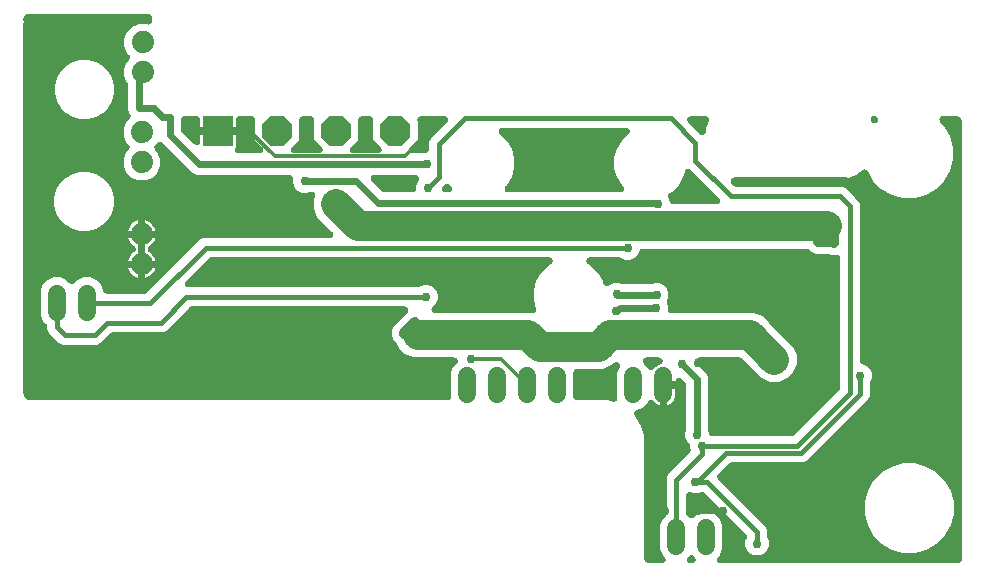
<source format=gbr>
G04 EAGLE Gerber RS-274X export*
G75*
%MOMM*%
%FSLAX34Y34*%
%LPD*%
%INBottom Copper*%
%IPPOS*%
%AMOC8*
5,1,8,0,0,1.08239X$1,22.5*%
G01*
%ADD10C,1.879600*%
%ADD11R,2.540000X2.540000*%
%ADD12P,2.749271X8X22.500000*%
%ADD13C,1.524000*%
%ADD14C,0.406400*%
%ADD15C,0.756400*%
%ADD16C,0.304800*%
%ADD17C,0.609600*%
%ADD18C,2.540000*%
%ADD19C,0.812800*%

G36*
X398856Y53597D02*
X398856Y53597D01*
X398932Y53595D01*
X399101Y53617D01*
X399272Y53631D01*
X399346Y53649D01*
X399421Y53659D01*
X399585Y53708D01*
X399751Y53749D01*
X399820Y53779D01*
X399894Y53801D01*
X400047Y53877D01*
X400204Y53944D01*
X400268Y53985D01*
X400337Y54018D01*
X400476Y54117D01*
X400620Y54209D01*
X400677Y54260D01*
X400739Y54304D01*
X400860Y54424D01*
X400988Y54538D01*
X401036Y54597D01*
X401090Y54651D01*
X401191Y54789D01*
X401298Y54922D01*
X401335Y54988D01*
X401380Y55049D01*
X401457Y55202D01*
X401542Y55350D01*
X401568Y55422D01*
X401603Y55490D01*
X401654Y55653D01*
X401713Y55813D01*
X401728Y55888D01*
X401751Y55960D01*
X401763Y56065D01*
X401808Y56297D01*
X401815Y56533D01*
X401827Y56638D01*
X401827Y76896D01*
X403915Y81938D01*
X406691Y84713D01*
X406716Y84742D01*
X406744Y84768D01*
X406875Y84930D01*
X407010Y85089D01*
X407030Y85122D01*
X407054Y85152D01*
X407157Y85333D01*
X407265Y85512D01*
X407279Y85547D01*
X407298Y85580D01*
X407371Y85776D01*
X407448Y85970D01*
X407456Y86007D01*
X407470Y86043D01*
X407510Y86248D01*
X407555Y86452D01*
X407557Y86490D01*
X407564Y86527D01*
X407571Y86735D01*
X407582Y86944D01*
X407578Y86982D01*
X407580Y87020D01*
X407552Y87227D01*
X407530Y87435D01*
X407520Y87471D01*
X407515Y87509D01*
X407455Y87709D01*
X407400Y87910D01*
X407384Y87945D01*
X407373Y87982D01*
X407281Y88169D01*
X407194Y88359D01*
X407173Y88390D01*
X407156Y88425D01*
X407035Y88595D01*
X406919Y88768D01*
X406892Y88796D01*
X406870Y88827D01*
X406724Y88976D01*
X406581Y89128D01*
X406551Y89151D01*
X406524Y89178D01*
X406355Y89301D01*
X406189Y89428D01*
X406156Y89446D01*
X406125Y89468D01*
X405939Y89562D01*
X405755Y89661D01*
X405718Y89674D01*
X405684Y89691D01*
X405486Y89753D01*
X405288Y89821D01*
X405250Y89827D01*
X405214Y89839D01*
X405122Y89849D01*
X404802Y89904D01*
X404629Y89905D01*
X404536Y89915D01*
X369895Y89915D01*
X362986Y92777D01*
X357699Y98064D01*
X356479Y101009D01*
X356475Y101018D01*
X356472Y101027D01*
X356361Y101240D01*
X356254Y101448D01*
X356248Y101456D01*
X356244Y101465D01*
X356218Y101497D01*
X355961Y101845D01*
X355867Y101937D01*
X355818Y101998D01*
X353590Y104226D01*
X352043Y107961D01*
X352043Y112765D01*
X353590Y116500D01*
X362305Y125215D01*
X362306Y125215D01*
X364984Y127893D01*
X365009Y127922D01*
X365037Y127948D01*
X365168Y128110D01*
X365303Y128269D01*
X365323Y128302D01*
X365347Y128332D01*
X365450Y128513D01*
X365558Y128692D01*
X365572Y128727D01*
X365591Y128760D01*
X365664Y128956D01*
X365741Y129150D01*
X365749Y129187D01*
X365763Y129223D01*
X365803Y129428D01*
X365848Y129632D01*
X365850Y129670D01*
X365857Y129707D01*
X365864Y129915D01*
X365875Y130124D01*
X365871Y130162D01*
X365873Y130200D01*
X365845Y130407D01*
X365823Y130615D01*
X365813Y130651D01*
X365808Y130689D01*
X365748Y130889D01*
X365693Y131090D01*
X365677Y131125D01*
X365666Y131162D01*
X365574Y131349D01*
X365487Y131539D01*
X365466Y131570D01*
X365449Y131605D01*
X365328Y131775D01*
X365211Y131948D01*
X365185Y131976D01*
X365163Y132007D01*
X365017Y132155D01*
X364874Y132308D01*
X364843Y132331D01*
X364817Y132358D01*
X364648Y132481D01*
X364482Y132608D01*
X364449Y132626D01*
X364418Y132648D01*
X364232Y132742D01*
X364047Y132841D01*
X364011Y132854D01*
X363977Y132871D01*
X363779Y132933D01*
X363581Y133001D01*
X363543Y133008D01*
X363507Y133019D01*
X363415Y133029D01*
X363094Y133084D01*
X362922Y133085D01*
X362829Y133095D01*
X182494Y133095D01*
X182380Y133086D01*
X182266Y133087D01*
X182135Y133066D01*
X182002Y133055D01*
X181892Y133028D01*
X181779Y133010D01*
X181652Y132969D01*
X181523Y132937D01*
X181419Y132892D01*
X181310Y132856D01*
X181192Y132794D01*
X181070Y132742D01*
X180974Y132681D01*
X180872Y132628D01*
X180799Y132569D01*
X180654Y132477D01*
X180412Y132261D01*
X180339Y132203D01*
X163341Y115204D01*
X163340Y115204D01*
X160625Y112489D01*
X157638Y111251D01*
X115627Y111251D01*
X115514Y111242D01*
X115399Y111243D01*
X115268Y111222D01*
X115136Y111211D01*
X115025Y111184D01*
X114912Y111166D01*
X114786Y111125D01*
X114657Y111093D01*
X114552Y111048D01*
X114443Y111012D01*
X114325Y110950D01*
X114203Y110898D01*
X114107Y110837D01*
X114006Y110784D01*
X113932Y110725D01*
X113787Y110633D01*
X113545Y110417D01*
X113473Y110359D01*
X104935Y101821D01*
X101947Y100583D01*
X73059Y100583D01*
X70071Y101821D01*
X61181Y110711D01*
X59943Y113699D01*
X59943Y116246D01*
X59934Y116360D01*
X59935Y116474D01*
X59914Y116606D01*
X59903Y116738D01*
X59876Y116849D01*
X59858Y116961D01*
X59817Y117088D01*
X59785Y117217D01*
X59740Y117322D01*
X59704Y117430D01*
X59642Y117548D01*
X59590Y117670D01*
X59529Y117766D01*
X59476Y117868D01*
X59417Y117941D01*
X59325Y118086D01*
X59109Y118328D01*
X59051Y118401D01*
X56444Y121008D01*
X54355Y126050D01*
X54355Y146746D01*
X56444Y151788D01*
X60302Y155646D01*
X65344Y157735D01*
X70800Y157735D01*
X75842Y155646D01*
X78617Y152871D01*
X78675Y152822D01*
X78728Y152766D01*
X78863Y152662D01*
X78993Y152552D01*
X79058Y152512D01*
X79119Y152466D01*
X79269Y152385D01*
X79416Y152297D01*
X79487Y152269D01*
X79554Y152233D01*
X79715Y152177D01*
X79874Y152114D01*
X79948Y152098D01*
X80020Y152073D01*
X80189Y152044D01*
X80356Y152007D01*
X80432Y152003D01*
X80507Y151990D01*
X80678Y151989D01*
X80848Y151980D01*
X80924Y151988D01*
X81000Y151987D01*
X81169Y152014D01*
X81339Y152032D01*
X81412Y152052D01*
X81487Y152064D01*
X81650Y152117D01*
X81814Y152162D01*
X81884Y152194D01*
X81956Y152218D01*
X82107Y152297D01*
X82263Y152368D01*
X82326Y152411D01*
X82394Y152446D01*
X82476Y152512D01*
X82672Y152644D01*
X82844Y152805D01*
X82927Y152871D01*
X85702Y155647D01*
X90744Y157735D01*
X96200Y157735D01*
X101242Y155646D01*
X105100Y151788D01*
X107221Y146669D01*
X107229Y146574D01*
X107247Y146500D01*
X107257Y146425D01*
X107306Y146261D01*
X107347Y146095D01*
X107377Y146026D01*
X107399Y145952D01*
X107475Y145799D01*
X107542Y145642D01*
X107583Y145578D01*
X107616Y145509D01*
X107715Y145370D01*
X107807Y145226D01*
X107858Y145169D01*
X107902Y145107D01*
X108022Y144986D01*
X108136Y144858D01*
X108195Y144810D01*
X108249Y144756D01*
X108387Y144655D01*
X108520Y144548D01*
X108586Y144511D01*
X108647Y144466D01*
X108800Y144389D01*
X108948Y144304D01*
X109020Y144278D01*
X109088Y144243D01*
X109251Y144192D01*
X109411Y144133D01*
X109486Y144118D01*
X109558Y144095D01*
X109663Y144083D01*
X109895Y144038D01*
X110131Y144031D01*
X110236Y144019D01*
X142691Y144019D01*
X142804Y144028D01*
X142919Y144027D01*
X143050Y144048D01*
X143182Y144059D01*
X143293Y144086D01*
X143406Y144104D01*
X143532Y144145D01*
X143661Y144177D01*
X143766Y144222D01*
X143875Y144258D01*
X143993Y144320D01*
X144115Y144372D01*
X144211Y144433D01*
X144312Y144486D01*
X144386Y144545D01*
X144531Y144637D01*
X144773Y144853D01*
X144845Y144911D01*
X189733Y189799D01*
X192721Y191037D01*
X299026Y191037D01*
X299064Y191040D01*
X299102Y191038D01*
X299310Y191060D01*
X299518Y191077D01*
X299555Y191086D01*
X299593Y191090D01*
X299794Y191145D01*
X299996Y191195D01*
X300032Y191210D01*
X300068Y191221D01*
X300258Y191308D01*
X300450Y191390D01*
X300482Y191410D01*
X300517Y191426D01*
X300690Y191543D01*
X300866Y191655D01*
X300894Y191680D01*
X300926Y191702D01*
X301078Y191845D01*
X301234Y191984D01*
X301258Y192013D01*
X301286Y192039D01*
X301413Y192205D01*
X301544Y192368D01*
X301563Y192401D01*
X301586Y192431D01*
X301685Y192615D01*
X301788Y192796D01*
X301801Y192832D01*
X301819Y192866D01*
X301887Y193063D01*
X301959Y193259D01*
X301967Y193296D01*
X301979Y193332D01*
X302014Y193539D01*
X302054Y193743D01*
X302055Y193781D01*
X302062Y193819D01*
X302063Y194028D01*
X302069Y194236D01*
X302064Y194274D01*
X302065Y194312D01*
X302032Y194519D01*
X302005Y194725D01*
X301994Y194762D01*
X301988Y194799D01*
X301923Y194998D01*
X301862Y195197D01*
X301846Y195232D01*
X301834Y195268D01*
X301737Y195453D01*
X301646Y195641D01*
X301624Y195672D01*
X301606Y195706D01*
X301548Y195778D01*
X301360Y196043D01*
X301239Y196165D01*
X301181Y196239D01*
X288611Y208808D01*
X285749Y215717D01*
X285749Y223195D01*
X286874Y225910D01*
X286929Y226081D01*
X286992Y226251D01*
X287005Y226316D01*
X287025Y226379D01*
X287052Y226558D01*
X287087Y226735D01*
X287089Y226801D01*
X287099Y226867D01*
X287096Y227048D01*
X287102Y227228D01*
X287093Y227294D01*
X287092Y227361D01*
X287061Y227538D01*
X287038Y227717D01*
X287018Y227781D01*
X287007Y227846D01*
X286947Y228017D01*
X286895Y228190D01*
X286866Y228249D01*
X286844Y228312D01*
X286757Y228471D01*
X286678Y228633D01*
X286640Y228687D01*
X286608Y228745D01*
X286497Y228888D01*
X286393Y229035D01*
X286346Y229082D01*
X286305Y229135D01*
X286173Y229257D01*
X286046Y229386D01*
X285992Y229425D01*
X285943Y229470D01*
X285793Y229570D01*
X285647Y229676D01*
X285588Y229706D01*
X285532Y229743D01*
X285368Y229817D01*
X285207Y229899D01*
X285143Y229919D01*
X285083Y229946D01*
X284908Y229993D01*
X284736Y230047D01*
X284684Y230053D01*
X284606Y230074D01*
X284115Y230123D01*
X284082Y230121D01*
X284059Y230123D01*
X282219Y230123D01*
X282209Y230122D01*
X282200Y230123D01*
X281964Y230103D01*
X281727Y230083D01*
X281718Y230081D01*
X281708Y230080D01*
X281670Y230069D01*
X281249Y229965D01*
X281128Y229913D01*
X281053Y229891D01*
X279841Y229389D01*
X275911Y229389D01*
X272280Y230893D01*
X269501Y233672D01*
X267997Y237303D01*
X267997Y241300D01*
X267991Y241376D01*
X267993Y241452D01*
X267971Y241621D01*
X267957Y241792D01*
X267939Y241866D01*
X267929Y241941D01*
X267880Y242105D01*
X267839Y242271D01*
X267809Y242340D01*
X267787Y242414D01*
X267711Y242567D01*
X267644Y242724D01*
X267603Y242788D01*
X267570Y242857D01*
X267471Y242996D01*
X267379Y243140D01*
X267328Y243197D01*
X267284Y243259D01*
X267164Y243380D01*
X267050Y243508D01*
X266991Y243556D01*
X266937Y243610D01*
X266799Y243711D01*
X266666Y243818D01*
X266600Y243855D01*
X266539Y243900D01*
X266386Y243977D01*
X266238Y244062D01*
X266166Y244088D01*
X266098Y244123D01*
X265935Y244174D01*
X265775Y244233D01*
X265700Y244248D01*
X265628Y244271D01*
X265523Y244283D01*
X265291Y244328D01*
X265055Y244335D01*
X264950Y244347D01*
X186649Y244347D01*
X183288Y245739D01*
X157394Y271634D01*
X157336Y271683D01*
X157284Y271738D01*
X157148Y271842D01*
X157018Y271953D01*
X156953Y271992D01*
X156892Y272039D01*
X156742Y272119D01*
X156595Y272208D01*
X156525Y272236D01*
X156457Y272272D01*
X156296Y272327D01*
X156137Y272391D01*
X156063Y272407D01*
X155991Y272432D01*
X155822Y272461D01*
X155656Y272497D01*
X155580Y272502D01*
X155504Y272515D01*
X155334Y272516D01*
X155163Y272525D01*
X155087Y272517D01*
X155011Y272518D01*
X154842Y272491D01*
X154673Y272473D01*
X154599Y272453D01*
X154524Y272441D01*
X154361Y272387D01*
X154197Y272342D01*
X154128Y272310D01*
X154055Y272287D01*
X153904Y272208D01*
X153748Y272137D01*
X153685Y272094D01*
X153618Y272059D01*
X153535Y271993D01*
X153339Y271861D01*
X153167Y271699D01*
X153084Y271634D01*
X151576Y270125D01*
X151526Y270067D01*
X151471Y270015D01*
X151367Y269879D01*
X151256Y269749D01*
X151217Y269683D01*
X151170Y269623D01*
X151090Y269473D01*
X151002Y269326D01*
X150973Y269255D01*
X150937Y269188D01*
X150882Y269027D01*
X150818Y268868D01*
X150802Y268794D01*
X150777Y268722D01*
X150749Y268553D01*
X150712Y268387D01*
X150707Y268310D01*
X150695Y268235D01*
X150694Y268064D01*
X150684Y267894D01*
X150692Y267818D01*
X150692Y267742D01*
X150718Y267573D01*
X150736Y267403D01*
X150756Y267330D01*
X150768Y267255D01*
X150822Y267092D01*
X150867Y266928D01*
X150899Y266858D01*
X150922Y266786D01*
X151001Y266635D01*
X151073Y266479D01*
X151115Y266416D01*
X151150Y266348D01*
X151216Y266266D01*
X151348Y266070D01*
X151510Y265898D01*
X151576Y265815D01*
X153344Y264047D01*
X155703Y258352D01*
X155703Y252188D01*
X153344Y246493D01*
X148985Y242134D01*
X143290Y239775D01*
X137126Y239775D01*
X131431Y242134D01*
X127072Y246493D01*
X124713Y252188D01*
X124713Y258352D01*
X127072Y264047D01*
X128840Y265815D01*
X128890Y265873D01*
X128945Y265926D01*
X129049Y266061D01*
X129160Y266191D01*
X129199Y266257D01*
X129246Y266317D01*
X129326Y266467D01*
X129414Y266614D01*
X129443Y266685D01*
X129479Y266752D01*
X129534Y266913D01*
X129598Y267072D01*
X129614Y267146D01*
X129639Y267218D01*
X129667Y267387D01*
X129704Y267554D01*
X129709Y267630D01*
X129721Y267705D01*
X129722Y267876D01*
X129732Y268046D01*
X129724Y268122D01*
X129724Y268198D01*
X129698Y268367D01*
X129680Y268537D01*
X129660Y268610D01*
X129648Y268685D01*
X129594Y268848D01*
X129549Y269012D01*
X129517Y269082D01*
X129494Y269154D01*
X129415Y269305D01*
X129343Y269461D01*
X129301Y269524D01*
X129266Y269592D01*
X129200Y269674D01*
X129068Y269870D01*
X128906Y270042D01*
X128840Y270125D01*
X127072Y271893D01*
X124713Y277588D01*
X124713Y283752D01*
X127072Y289447D01*
X129686Y292061D01*
X129827Y292227D01*
X129972Y292391D01*
X129987Y292415D01*
X130006Y292437D01*
X130118Y292624D01*
X130235Y292809D01*
X130246Y292835D01*
X130260Y292860D01*
X130341Y293062D01*
X130426Y293264D01*
X130433Y293291D01*
X130443Y293318D01*
X130491Y293531D01*
X130542Y293743D01*
X130544Y293772D01*
X130550Y293799D01*
X130562Y294017D01*
X130579Y294235D01*
X130576Y294263D01*
X130578Y294292D01*
X130555Y294509D01*
X130536Y294727D01*
X130529Y294749D01*
X130526Y294782D01*
X130395Y295258D01*
X130361Y295331D01*
X130347Y295382D01*
X128777Y299171D01*
X128777Y320234D01*
X128768Y320347D01*
X128769Y320462D01*
X128748Y320593D01*
X128737Y320725D01*
X128710Y320836D01*
X128692Y320949D01*
X128651Y321075D01*
X128619Y321204D01*
X128574Y321309D01*
X128538Y321418D01*
X128476Y321536D01*
X128424Y321658D01*
X128363Y321754D01*
X128310Y321855D01*
X128251Y321929D01*
X128159Y322074D01*
X127943Y322316D01*
X127885Y322388D01*
X127580Y322693D01*
X125221Y328388D01*
X125221Y334552D01*
X127580Y340247D01*
X129348Y342015D01*
X129398Y342073D01*
X129453Y342125D01*
X129557Y342261D01*
X129668Y342391D01*
X129707Y342457D01*
X129754Y342517D01*
X129834Y342667D01*
X129922Y342814D01*
X129951Y342884D01*
X129987Y342952D01*
X130042Y343113D01*
X130106Y343272D01*
X130122Y343346D01*
X130147Y343418D01*
X130175Y343587D01*
X130212Y343753D01*
X130217Y343830D01*
X130229Y343905D01*
X130230Y344075D01*
X130240Y344246D01*
X130232Y344322D01*
X130232Y344398D01*
X130206Y344567D01*
X130188Y344737D01*
X130168Y344810D01*
X130156Y344885D01*
X130102Y345048D01*
X130057Y345212D01*
X130025Y345282D01*
X130002Y345354D01*
X129923Y345506D01*
X129851Y345661D01*
X129809Y345724D01*
X129774Y345792D01*
X129708Y345874D01*
X129576Y346070D01*
X129414Y346243D01*
X129348Y346325D01*
X127580Y348093D01*
X125221Y353788D01*
X125221Y359952D01*
X127580Y365647D01*
X131939Y370006D01*
X137634Y372365D01*
X143798Y372365D01*
X144618Y372025D01*
X144780Y371973D01*
X144940Y371913D01*
X145015Y371897D01*
X145087Y371874D01*
X145256Y371848D01*
X145423Y371815D01*
X145500Y371812D01*
X145575Y371800D01*
X145746Y371802D01*
X145916Y371796D01*
X145992Y371806D01*
X146069Y371806D01*
X146236Y371836D01*
X146406Y371857D01*
X146479Y371879D01*
X146554Y371892D01*
X146715Y371948D01*
X146879Y371997D01*
X146948Y372030D01*
X147020Y372055D01*
X147170Y372137D01*
X147323Y372211D01*
X147386Y372254D01*
X147453Y372291D01*
X147588Y372396D01*
X147728Y372493D01*
X147782Y372547D01*
X147843Y372594D01*
X147959Y372719D01*
X148081Y372838D01*
X148126Y372899D01*
X148178Y372955D01*
X148273Y373098D01*
X148374Y373235D01*
X148409Y373303D01*
X148451Y373367D01*
X148521Y373522D01*
X148599Y373674D01*
X148623Y373746D01*
X148654Y373816D01*
X148698Y373981D01*
X148750Y374143D01*
X148758Y374203D01*
X148782Y374293D01*
X148831Y374784D01*
X148829Y374805D01*
X148831Y374820D01*
X148847Y377231D01*
X148846Y377242D01*
X148847Y377251D01*
X148847Y377320D01*
X148838Y377430D01*
X148842Y377499D01*
X148838Y377575D01*
X148812Y377760D01*
X148807Y377811D01*
X148800Y377840D01*
X148769Y378064D01*
X148750Y378124D01*
X148744Y378166D01*
X148702Y378327D01*
X148683Y378381D01*
X148671Y378437D01*
X148630Y378532D01*
X148539Y378793D01*
X148442Y378970D01*
X148402Y379064D01*
X148320Y379209D01*
X148288Y379256D01*
X148262Y379307D01*
X148198Y379389D01*
X148042Y379617D01*
X147903Y379764D01*
X147840Y379843D01*
X147723Y379962D01*
X147679Y379999D01*
X147641Y380042D01*
X147558Y380104D01*
X147349Y380284D01*
X147176Y380390D01*
X147095Y380450D01*
X146951Y380535D01*
X146899Y380560D01*
X146851Y380591D01*
X146754Y380630D01*
X146507Y380749D01*
X146312Y380807D01*
X146217Y380844D01*
X146057Y380889D01*
X145572Y380980D01*
X145510Y380982D01*
X145468Y380990D01*
X145391Y380995D01*
X145252Y380994D01*
X145171Y381003D01*
X44056Y381003D01*
X43919Y380992D01*
X43837Y380995D01*
X43693Y380985D01*
X43205Y380910D01*
X43146Y380890D01*
X43104Y380884D01*
X42816Y380805D01*
X42762Y380785D01*
X42706Y380772D01*
X42611Y380730D01*
X42352Y380636D01*
X42175Y380537D01*
X42082Y380495D01*
X41824Y380344D01*
X41777Y380311D01*
X41726Y380284D01*
X41646Y380219D01*
X41420Y380061D01*
X41275Y379919D01*
X41196Y379855D01*
X40986Y379642D01*
X40949Y379599D01*
X40907Y379560D01*
X40846Y379476D01*
X40669Y379264D01*
X40565Y379090D01*
X40505Y379008D01*
X40357Y378748D01*
X40333Y378696D01*
X40303Y378647D01*
X40265Y378551D01*
X40149Y378301D01*
X40094Y378106D01*
X40058Y378011D01*
X39982Y377721D01*
X39896Y377235D01*
X39896Y377173D01*
X39888Y377131D01*
X39880Y376987D01*
X39882Y376877D01*
X39875Y376808D01*
X39875Y376744D01*
X39876Y376732D01*
X39875Y376724D01*
X39897Y373356D01*
X39881Y373246D01*
X39883Y373129D01*
X39875Y373057D01*
X39875Y59944D01*
X39885Y59820D01*
X39881Y59745D01*
X39910Y59313D01*
X39982Y58825D01*
X40001Y58765D01*
X40007Y58724D01*
X40230Y57890D01*
X40249Y57836D01*
X40262Y57780D01*
X40303Y57685D01*
X40396Y57426D01*
X40494Y57248D01*
X40535Y57155D01*
X40966Y56408D01*
X40999Y56361D01*
X41025Y56310D01*
X41090Y56229D01*
X41247Y56002D01*
X41387Y55856D01*
X41450Y55777D01*
X42061Y55166D01*
X42104Y55129D01*
X42143Y55087D01*
X42227Y55025D01*
X42437Y54847D01*
X42610Y54742D01*
X42692Y54682D01*
X43439Y54251D01*
X43491Y54226D01*
X43539Y54195D01*
X43595Y54174D01*
X43675Y54128D01*
X43782Y54088D01*
X43885Y54039D01*
X44013Y54003D01*
X44138Y53956D01*
X44160Y53952D01*
X44174Y53946D01*
X45008Y53723D01*
X45493Y53634D01*
X45556Y53633D01*
X45597Y53626D01*
X46029Y53597D01*
X46153Y53599D01*
X46228Y53591D01*
X398780Y53591D01*
X398856Y53597D01*
G37*
G36*
X830450Y-84321D02*
X830450Y-84321D01*
X830526Y-84325D01*
X830692Y-84314D01*
X831180Y-84242D01*
X831239Y-84223D01*
X831281Y-84217D01*
X831602Y-84131D01*
X831656Y-84111D01*
X831712Y-84099D01*
X831807Y-84057D01*
X832067Y-83965D01*
X832244Y-83867D01*
X832337Y-83826D01*
X832625Y-83660D01*
X832672Y-83627D01*
X832723Y-83601D01*
X832804Y-83536D01*
X833031Y-83379D01*
X833177Y-83239D01*
X833256Y-83175D01*
X833491Y-82940D01*
X833528Y-82897D01*
X833571Y-82858D01*
X833632Y-82775D01*
X833811Y-82564D01*
X833915Y-82391D01*
X833976Y-82309D01*
X834142Y-82021D01*
X834167Y-81969D01*
X834197Y-81921D01*
X834235Y-81824D01*
X834353Y-81576D01*
X834409Y-81381D01*
X834447Y-81286D01*
X834533Y-80965D01*
X834621Y-80479D01*
X834622Y-80417D01*
X834630Y-80376D01*
X834641Y-80210D01*
X834639Y-80085D01*
X834647Y-80010D01*
X834647Y289052D01*
X834637Y289176D01*
X834641Y289251D01*
X834621Y289550D01*
X834549Y290038D01*
X834530Y290098D01*
X834524Y290140D01*
X834369Y290717D01*
X834350Y290771D01*
X834337Y290827D01*
X834296Y290922D01*
X834203Y291182D01*
X834105Y291359D01*
X834065Y291452D01*
X833766Y291970D01*
X833733Y292017D01*
X833707Y292068D01*
X833642Y292149D01*
X833485Y292376D01*
X833434Y292429D01*
X833427Y292439D01*
X833342Y292525D01*
X833282Y292601D01*
X832859Y293024D01*
X832815Y293061D01*
X832776Y293103D01*
X832693Y293165D01*
X832483Y293343D01*
X832309Y293448D01*
X832228Y293508D01*
X831710Y293807D01*
X831658Y293831D01*
X831610Y293862D01*
X831513Y293900D01*
X831264Y294018D01*
X831070Y294074D01*
X830975Y294111D01*
X830398Y294266D01*
X829912Y294355D01*
X829850Y294356D01*
X829808Y294363D01*
X829509Y294383D01*
X829385Y294381D01*
X829310Y294389D01*
X818409Y294389D01*
X818371Y294386D01*
X818333Y294388D01*
X818125Y294366D01*
X817917Y294349D01*
X817880Y294340D01*
X817842Y294336D01*
X817641Y294281D01*
X817438Y294231D01*
X817403Y294216D01*
X817367Y294205D01*
X817177Y294118D01*
X816985Y294036D01*
X816953Y294016D01*
X816918Y294000D01*
X816745Y293883D01*
X816569Y293771D01*
X816540Y293746D01*
X816509Y293724D01*
X816357Y293581D01*
X816201Y293442D01*
X816177Y293413D01*
X816149Y293387D01*
X816022Y293220D01*
X815891Y293058D01*
X815872Y293026D01*
X815849Y292995D01*
X815750Y292811D01*
X815647Y292630D01*
X815634Y292594D01*
X815616Y292560D01*
X815548Y292363D01*
X815475Y292167D01*
X815468Y292130D01*
X815456Y292094D01*
X815421Y291887D01*
X815381Y291683D01*
X815380Y291645D01*
X815373Y291607D01*
X815372Y291398D01*
X815365Y291190D01*
X815370Y291152D01*
X815370Y291114D01*
X815403Y290907D01*
X815430Y290701D01*
X815441Y290664D01*
X815447Y290627D01*
X815512Y290428D01*
X815572Y290229D01*
X815589Y290194D01*
X815601Y290158D01*
X815698Y289973D01*
X815789Y289785D01*
X815811Y289754D01*
X815829Y289720D01*
X815887Y289648D01*
X816075Y289383D01*
X816196Y289261D01*
X816254Y289187D01*
X819632Y285809D01*
X824601Y277203D01*
X827173Y267605D01*
X827173Y257667D01*
X824601Y248069D01*
X819632Y239463D01*
X812605Y232436D01*
X803999Y227467D01*
X794401Y224895D01*
X784463Y224895D01*
X774865Y227467D01*
X766259Y232436D01*
X759232Y239463D01*
X754514Y247635D01*
X754443Y247737D01*
X754382Y247844D01*
X754303Y247939D01*
X754233Y248041D01*
X754147Y248130D01*
X754069Y248226D01*
X753977Y248307D01*
X753891Y248396D01*
X753792Y248470D01*
X753699Y248552D01*
X753595Y248618D01*
X753496Y248692D01*
X753386Y248749D01*
X753281Y248814D01*
X753168Y248862D01*
X753058Y248919D01*
X752941Y248958D01*
X752827Y249006D01*
X752707Y249035D01*
X752590Y249074D01*
X752468Y249093D01*
X752347Y249122D01*
X752224Y249131D01*
X752102Y249150D01*
X751978Y249149D01*
X751855Y249159D01*
X751732Y249148D01*
X751609Y249147D01*
X751487Y249126D01*
X751364Y249116D01*
X751278Y249091D01*
X751123Y249064D01*
X750788Y248949D01*
X750709Y248927D01*
X750380Y248790D01*
X750231Y248714D01*
X750078Y248646D01*
X750028Y248610D01*
X749941Y248565D01*
X749544Y248272D01*
X749531Y248260D01*
X749521Y248253D01*
X747729Y246660D01*
X747653Y246580D01*
X747599Y246537D01*
X745768Y244706D01*
X745659Y244650D01*
X745506Y244582D01*
X745455Y244546D01*
X745369Y244501D01*
X744977Y244213D01*
X742537Y243366D01*
X742436Y243322D01*
X742370Y243303D01*
X739978Y242312D01*
X739855Y242302D01*
X739688Y242297D01*
X739628Y242283D01*
X739530Y242275D01*
X739059Y242158D01*
X736480Y242310D01*
X736370Y242308D01*
X736301Y242315D01*
X641661Y242315D01*
X641623Y242312D01*
X641585Y242314D01*
X641377Y242292D01*
X641169Y242275D01*
X641132Y242266D01*
X641095Y242262D01*
X640893Y242207D01*
X640691Y242157D01*
X640656Y242142D01*
X640619Y242131D01*
X640429Y242044D01*
X640237Y241962D01*
X640205Y241942D01*
X640170Y241926D01*
X639997Y241809D01*
X639821Y241697D01*
X639793Y241672D01*
X639761Y241650D01*
X639609Y241507D01*
X639453Y241368D01*
X639429Y241339D01*
X639402Y241312D01*
X639275Y241147D01*
X639143Y240984D01*
X639125Y240951D01*
X639101Y240921D01*
X639003Y240737D01*
X638899Y240556D01*
X638886Y240520D01*
X638868Y240486D01*
X638800Y240289D01*
X638728Y240093D01*
X638720Y240056D01*
X638708Y240020D01*
X638673Y239813D01*
X638633Y239609D01*
X638632Y239571D01*
X638626Y239533D01*
X638624Y239324D01*
X638618Y239116D01*
X638623Y239078D01*
X638622Y239040D01*
X638655Y238833D01*
X638682Y238627D01*
X638693Y238590D01*
X638699Y238553D01*
X638764Y238354D01*
X638825Y238155D01*
X638841Y238120D01*
X638853Y238084D01*
X638950Y237899D01*
X639042Y237711D01*
X639064Y237680D01*
X639081Y237646D01*
X639139Y237574D01*
X639327Y237309D01*
X639448Y237187D01*
X639506Y237113D01*
X641285Y235335D01*
X641372Y235261D01*
X641452Y235180D01*
X641559Y235102D01*
X641660Y235016D01*
X641758Y234957D01*
X641851Y234890D01*
X641969Y234830D01*
X642083Y234761D01*
X642189Y234719D01*
X642291Y234667D01*
X642418Y234627D01*
X642541Y234578D01*
X642653Y234553D01*
X642762Y234519D01*
X642855Y234509D01*
X643023Y234471D01*
X643347Y234453D01*
X643439Y234443D01*
X732883Y234443D01*
X735871Y233205D01*
X738586Y230490D01*
X743824Y225252D01*
X746539Y222537D01*
X747777Y219549D01*
X747777Y87256D01*
X747794Y87038D01*
X747808Y86820D01*
X747814Y86792D01*
X747817Y86764D01*
X747869Y86552D01*
X747918Y86339D01*
X747929Y86313D01*
X747935Y86285D01*
X748021Y86085D01*
X748104Y85882D01*
X748119Y85858D01*
X748130Y85832D01*
X748247Y85648D01*
X748361Y85461D01*
X748380Y85440D01*
X748395Y85416D01*
X748540Y85253D01*
X748683Y85087D01*
X748705Y85069D01*
X748724Y85048D01*
X748894Y84910D01*
X749061Y84770D01*
X749081Y84759D01*
X749108Y84738D01*
X749536Y84494D01*
X749612Y84466D01*
X749658Y84440D01*
X753626Y82797D01*
X756405Y80018D01*
X757909Y76387D01*
X757909Y72457D01*
X756645Y69405D01*
X756642Y69396D01*
X756637Y69387D01*
X756566Y69160D01*
X756493Y68936D01*
X756492Y68926D01*
X756489Y68917D01*
X756485Y68877D01*
X756420Y68448D01*
X756422Y68317D01*
X756413Y68239D01*
X756413Y57536D01*
X755175Y54549D01*
X702879Y2253D01*
X699892Y1015D01*
X639375Y1015D01*
X639262Y1006D01*
X639147Y1007D01*
X639016Y986D01*
X638884Y975D01*
X638773Y948D01*
X638660Y930D01*
X638534Y889D01*
X638405Y857D01*
X638300Y812D01*
X638191Y776D01*
X638073Y714D01*
X637951Y662D01*
X637855Y601D01*
X637754Y548D01*
X637680Y489D01*
X637535Y397D01*
X637293Y181D01*
X637221Y123D01*
X628077Y-9021D01*
X628027Y-9079D01*
X627972Y-9131D01*
X627868Y-9267D01*
X627757Y-9397D01*
X627718Y-9463D01*
X627671Y-9523D01*
X627591Y-9673D01*
X627502Y-9820D01*
X627474Y-9890D01*
X627438Y-9958D01*
X627383Y-10119D01*
X627319Y-10278D01*
X627303Y-10352D01*
X627278Y-10424D01*
X627250Y-10593D01*
X627213Y-10759D01*
X627208Y-10836D01*
X627196Y-10911D01*
X627194Y-11082D01*
X627185Y-11252D01*
X627193Y-11328D01*
X627193Y-11404D01*
X627219Y-11573D01*
X627237Y-11743D01*
X627257Y-11816D01*
X627269Y-11891D01*
X627323Y-12054D01*
X627368Y-12218D01*
X627400Y-12288D01*
X627423Y-12360D01*
X627502Y-12511D01*
X627574Y-12667D01*
X627616Y-12730D01*
X627651Y-12798D01*
X627717Y-12880D01*
X627849Y-13076D01*
X627900Y-13131D01*
X627918Y-13156D01*
X628017Y-13256D01*
X628077Y-13331D01*
X667799Y-53053D01*
X669037Y-56041D01*
X669037Y-61022D01*
X669038Y-61032D01*
X669037Y-61041D01*
X669057Y-61277D01*
X669077Y-61514D01*
X669079Y-61523D01*
X669080Y-61533D01*
X669091Y-61571D01*
X669195Y-61993D01*
X669247Y-62113D01*
X669269Y-62188D01*
X670787Y-65853D01*
X670787Y-69783D01*
X669283Y-73414D01*
X666504Y-76193D01*
X662873Y-77697D01*
X658943Y-77697D01*
X655312Y-76193D01*
X652533Y-73414D01*
X651029Y-69783D01*
X651029Y-65853D01*
X652177Y-63083D01*
X652244Y-62875D01*
X652315Y-62668D01*
X652319Y-62640D01*
X652328Y-62613D01*
X652360Y-62398D01*
X652397Y-62182D01*
X652397Y-62153D01*
X652402Y-62125D01*
X652399Y-61908D01*
X652400Y-61689D01*
X652396Y-61661D01*
X652395Y-61632D01*
X652358Y-61418D01*
X652324Y-61201D01*
X652315Y-61174D01*
X652310Y-61146D01*
X652238Y-60941D01*
X652169Y-60733D01*
X652156Y-60707D01*
X652147Y-60681D01*
X652042Y-60489D01*
X651941Y-60295D01*
X651927Y-60277D01*
X651911Y-60247D01*
X651608Y-59858D01*
X651549Y-59803D01*
X651516Y-59762D01*
X616535Y-24781D01*
X616369Y-24639D01*
X616205Y-24495D01*
X616181Y-24480D01*
X616159Y-24461D01*
X615971Y-24348D01*
X615787Y-24232D01*
X615761Y-24221D01*
X615736Y-24207D01*
X615533Y-24125D01*
X615332Y-24041D01*
X615305Y-24034D01*
X615278Y-24023D01*
X615065Y-23976D01*
X614853Y-23925D01*
X614824Y-23923D01*
X614797Y-23917D01*
X614578Y-23904D01*
X614361Y-23888D01*
X614333Y-23891D01*
X614304Y-23889D01*
X614087Y-23912D01*
X613869Y-23931D01*
X613847Y-23938D01*
X613813Y-23941D01*
X613338Y-24072D01*
X613265Y-24105D01*
X613214Y-24120D01*
X610803Y-25119D01*
X606873Y-25119D01*
X604924Y-24311D01*
X604752Y-24256D01*
X604583Y-24193D01*
X604518Y-24181D01*
X604455Y-24160D01*
X604276Y-24133D01*
X604099Y-24099D01*
X604033Y-24097D01*
X603967Y-24087D01*
X603786Y-24089D01*
X603606Y-24083D01*
X603540Y-24092D01*
X603473Y-24093D01*
X603296Y-24124D01*
X603117Y-24148D01*
X603053Y-24167D01*
X602988Y-24178D01*
X602817Y-24238D01*
X602644Y-24290D01*
X602585Y-24319D01*
X602522Y-24341D01*
X602364Y-24428D01*
X602201Y-24507D01*
X602147Y-24546D01*
X602089Y-24577D01*
X601946Y-24688D01*
X601799Y-24793D01*
X601752Y-24839D01*
X601699Y-24880D01*
X601577Y-25012D01*
X601448Y-25139D01*
X601409Y-25193D01*
X601364Y-25242D01*
X601264Y-25392D01*
X601158Y-25538D01*
X601128Y-25597D01*
X601091Y-25653D01*
X601017Y-25818D01*
X600935Y-25978D01*
X600915Y-26042D01*
X600888Y-26103D01*
X600841Y-26277D01*
X600787Y-26449D01*
X600781Y-26501D01*
X600760Y-26579D01*
X600711Y-27070D01*
X600713Y-27103D01*
X600711Y-27127D01*
X600711Y-41824D01*
X600720Y-41938D01*
X600719Y-42052D01*
X600740Y-42184D01*
X600751Y-42316D01*
X600778Y-42427D01*
X600796Y-42539D01*
X600837Y-42666D01*
X600869Y-42795D01*
X600914Y-42900D01*
X600950Y-43008D01*
X601012Y-43126D01*
X601064Y-43248D01*
X601125Y-43344D01*
X601178Y-43446D01*
X601237Y-43519D01*
X601329Y-43664D01*
X601545Y-43906D01*
X601603Y-43979D01*
X603127Y-45503D01*
X603185Y-45552D01*
X603238Y-45608D01*
X603373Y-45712D01*
X603503Y-45822D01*
X603568Y-45862D01*
X603629Y-45908D01*
X603779Y-45989D01*
X603926Y-46077D01*
X603997Y-46105D01*
X604064Y-46141D01*
X604225Y-46197D01*
X604384Y-46260D01*
X604458Y-46276D01*
X604530Y-46301D01*
X604699Y-46330D01*
X604866Y-46367D01*
X604942Y-46371D01*
X605017Y-46384D01*
X605188Y-46385D01*
X605358Y-46394D01*
X605434Y-46386D01*
X605510Y-46387D01*
X605679Y-46360D01*
X605849Y-46342D01*
X605922Y-46322D01*
X605997Y-46310D01*
X606160Y-46257D01*
X606324Y-46212D01*
X606394Y-46180D01*
X606466Y-46156D01*
X606617Y-46077D01*
X606773Y-46006D01*
X606836Y-45963D01*
X606904Y-45928D01*
X606986Y-45862D01*
X607182Y-45730D01*
X607354Y-45569D01*
X607437Y-45503D01*
X610212Y-42727D01*
X615254Y-40639D01*
X620710Y-40639D01*
X625752Y-42728D01*
X629610Y-46586D01*
X631699Y-51628D01*
X631699Y-72324D01*
X629611Y-77366D01*
X627847Y-79129D01*
X627822Y-79158D01*
X627794Y-79184D01*
X627663Y-79346D01*
X627528Y-79505D01*
X627508Y-79538D01*
X627484Y-79568D01*
X627381Y-79749D01*
X627273Y-79928D01*
X627259Y-79963D01*
X627240Y-79996D01*
X627167Y-80192D01*
X627090Y-80386D01*
X627082Y-80423D01*
X627068Y-80459D01*
X627028Y-80664D01*
X626983Y-80868D01*
X626981Y-80906D01*
X626974Y-80943D01*
X626967Y-81151D01*
X626956Y-81360D01*
X626960Y-81398D01*
X626958Y-81436D01*
X626986Y-81643D01*
X627008Y-81851D01*
X627018Y-81887D01*
X627023Y-81925D01*
X627083Y-82125D01*
X627138Y-82326D01*
X627154Y-82361D01*
X627165Y-82398D01*
X627257Y-82585D01*
X627344Y-82775D01*
X627365Y-82806D01*
X627382Y-82841D01*
X627503Y-83011D01*
X627619Y-83184D01*
X627646Y-83212D01*
X627668Y-83243D01*
X627814Y-83391D01*
X627957Y-83544D01*
X627988Y-83567D01*
X628014Y-83594D01*
X628183Y-83717D01*
X628349Y-83844D01*
X628382Y-83862D01*
X628413Y-83884D01*
X628599Y-83978D01*
X628783Y-84077D01*
X628820Y-84090D01*
X628854Y-84107D01*
X629053Y-84169D01*
X629250Y-84237D01*
X629288Y-84243D01*
X629324Y-84255D01*
X629417Y-84265D01*
X629736Y-84320D01*
X629909Y-84321D01*
X630002Y-84331D01*
X830326Y-84331D01*
X830450Y-84321D01*
G37*
G36*
X690682Y23378D02*
X690682Y23378D01*
X690797Y23377D01*
X690928Y23398D01*
X691060Y23409D01*
X691171Y23436D01*
X691284Y23454D01*
X691410Y23495D01*
X691539Y23527D01*
X691644Y23572D01*
X691753Y23608D01*
X691871Y23670D01*
X691993Y23722D01*
X692089Y23783D01*
X692190Y23836D01*
X692264Y23895D01*
X692409Y23987D01*
X692651Y24203D01*
X692723Y24261D01*
X730627Y62165D01*
X730701Y62251D01*
X730782Y62332D01*
X730860Y62439D01*
X730946Y62540D01*
X731005Y62638D01*
X731072Y62731D01*
X731132Y62849D01*
X731201Y62963D01*
X731243Y63069D01*
X731295Y63171D01*
X731335Y63298D01*
X731384Y63421D01*
X731409Y63532D01*
X731443Y63642D01*
X731453Y63735D01*
X731491Y63903D01*
X731509Y64227D01*
X731519Y64319D01*
X731519Y173736D01*
X731513Y173812D01*
X731515Y173888D01*
X731493Y174057D01*
X731479Y174228D01*
X731461Y174302D01*
X731451Y174377D01*
X731402Y174541D01*
X731361Y174707D01*
X731331Y174776D01*
X731309Y174850D01*
X731233Y175003D01*
X731166Y175160D01*
X731125Y175224D01*
X731092Y175293D01*
X730993Y175432D01*
X730901Y175576D01*
X730850Y175633D01*
X730806Y175695D01*
X730686Y175816D01*
X730572Y175944D01*
X730513Y175992D01*
X730459Y176046D01*
X730321Y176147D01*
X730188Y176254D01*
X730122Y176291D01*
X730061Y176336D01*
X729908Y176413D01*
X729760Y176498D01*
X729688Y176524D01*
X729620Y176559D01*
X729457Y176610D01*
X729297Y176669D01*
X729222Y176684D01*
X729150Y176707D01*
X729045Y176719D01*
X728813Y176764D01*
X728577Y176771D01*
X728472Y176783D01*
X723911Y176783D01*
X723245Y177059D01*
X723235Y177062D01*
X723227Y177067D01*
X723000Y177138D01*
X722775Y177211D01*
X722765Y177212D01*
X722756Y177215D01*
X722716Y177219D01*
X722287Y177284D01*
X722156Y177282D01*
X722078Y177291D01*
X710957Y177291D01*
X707222Y178838D01*
X704836Y181225D01*
X704749Y181299D01*
X704669Y181380D01*
X704561Y181458D01*
X704460Y181544D01*
X704362Y181603D01*
X704270Y181670D01*
X704151Y181730D01*
X704037Y181799D01*
X703931Y181841D01*
X703829Y181893D01*
X703702Y181933D01*
X703579Y181982D01*
X703468Y182007D01*
X703359Y182041D01*
X703265Y182051D01*
X703098Y182089D01*
X702773Y182107D01*
X702681Y182117D01*
X564046Y182117D01*
X563828Y182100D01*
X563610Y182086D01*
X563582Y182080D01*
X563554Y182077D01*
X563342Y182025D01*
X563129Y181976D01*
X563103Y181965D01*
X563075Y181959D01*
X562874Y181872D01*
X562672Y181790D01*
X562648Y181775D01*
X562622Y181764D01*
X562438Y181647D01*
X562251Y181533D01*
X562230Y181514D01*
X562206Y181499D01*
X562043Y181354D01*
X561877Y181211D01*
X561859Y181189D01*
X561838Y181170D01*
X561701Y181001D01*
X561560Y180833D01*
X561549Y180812D01*
X561528Y180786D01*
X561284Y180358D01*
X561256Y180282D01*
X561230Y180236D01*
X559809Y176804D01*
X557030Y174025D01*
X553399Y172521D01*
X549469Y172521D01*
X545817Y174034D01*
X545809Y174042D01*
X545702Y174120D01*
X545601Y174206D01*
X545503Y174265D01*
X545411Y174332D01*
X545292Y174392D01*
X545178Y174461D01*
X545072Y174503D01*
X544970Y174555D01*
X544843Y174595D01*
X544720Y174644D01*
X544609Y174669D01*
X544500Y174703D01*
X544406Y174713D01*
X544238Y174751D01*
X543914Y174769D01*
X543822Y174779D01*
X519412Y174779D01*
X519223Y174764D01*
X519033Y174756D01*
X518977Y174744D01*
X518920Y174739D01*
X518736Y174694D01*
X518550Y174655D01*
X518497Y174634D01*
X518441Y174621D01*
X518267Y174546D01*
X518090Y174477D01*
X518041Y174449D01*
X517988Y174426D01*
X517828Y174324D01*
X517664Y174228D01*
X517620Y174192D01*
X517572Y174161D01*
X517431Y174035D01*
X517284Y173913D01*
X517247Y173870D01*
X517204Y173832D01*
X517085Y173685D01*
X516960Y173541D01*
X516930Y173493D01*
X516894Y173448D01*
X516800Y173284D01*
X516700Y173122D01*
X516678Y173069D01*
X516650Y173020D01*
X516584Y172842D01*
X516511Y172666D01*
X516498Y172611D01*
X516479Y172557D01*
X516442Y172371D01*
X516399Y172186D01*
X516395Y172129D01*
X516384Y172073D01*
X516378Y171883D01*
X516365Y171694D01*
X516370Y171637D01*
X516369Y171580D01*
X516393Y171392D01*
X516411Y171203D01*
X516426Y171147D01*
X516433Y171091D01*
X516488Y170909D01*
X516536Y170725D01*
X516559Y170673D01*
X516575Y170619D01*
X516659Y170448D01*
X516736Y170274D01*
X516767Y170227D01*
X516792Y170175D01*
X516902Y170021D01*
X517006Y169862D01*
X517045Y169820D01*
X517078Y169773D01*
X517212Y169638D01*
X517340Y169498D01*
X517376Y169471D01*
X517425Y169422D01*
X517823Y169132D01*
X517863Y169111D01*
X517888Y169093D01*
X520726Y167455D01*
X526357Y161824D01*
X530338Y154928D01*
X530958Y152613D01*
X531003Y152488D01*
X531038Y152359D01*
X531086Y152256D01*
X531124Y152148D01*
X531189Y152032D01*
X531244Y151911D01*
X531308Y151816D01*
X531363Y151717D01*
X531445Y151612D01*
X531519Y151502D01*
X531598Y151419D01*
X531668Y151329D01*
X531766Y151239D01*
X531857Y151142D01*
X531948Y151073D01*
X532032Y150996D01*
X532143Y150923D01*
X532249Y150842D01*
X532349Y150788D01*
X532444Y150726D01*
X532566Y150672D01*
X532683Y150609D01*
X532791Y150572D01*
X532895Y150525D01*
X533024Y150492D01*
X533150Y150449D01*
X533263Y150430D01*
X533373Y150401D01*
X533505Y150388D01*
X533636Y150366D01*
X533751Y150365D01*
X533864Y150355D01*
X533997Y150364D01*
X534130Y150363D01*
X534242Y150381D01*
X534356Y150389D01*
X534486Y150419D01*
X534617Y150440D01*
X534726Y150475D01*
X534836Y150501D01*
X534959Y150552D01*
X535086Y150594D01*
X535187Y150647D01*
X535292Y150690D01*
X535405Y150760D01*
X535523Y150822D01*
X535589Y150874D01*
X535711Y150950D01*
X536005Y151206D01*
X536056Y151247D01*
X536440Y151631D01*
X540071Y153135D01*
X544001Y153135D01*
X546439Y152125D01*
X546449Y152122D01*
X546457Y152117D01*
X546686Y152045D01*
X546909Y151973D01*
X546918Y151972D01*
X546928Y151969D01*
X546968Y151965D01*
X547397Y151900D01*
X547528Y151902D01*
X547606Y151893D01*
X571729Y151893D01*
X571739Y151894D01*
X571748Y151893D01*
X571984Y151913D01*
X572221Y151933D01*
X572230Y151935D01*
X572240Y151936D01*
X572278Y151947D01*
X572699Y152051D01*
X572820Y152103D01*
X572895Y152125D01*
X574107Y152627D01*
X578037Y152627D01*
X581668Y151123D01*
X584447Y148344D01*
X585951Y144713D01*
X585951Y140783D01*
X584657Y137660D01*
X584622Y137552D01*
X584578Y137446D01*
X584547Y137317D01*
X584506Y137191D01*
X584489Y137078D01*
X584462Y136967D01*
X584452Y136834D01*
X584432Y136703D01*
X584434Y136589D01*
X584425Y136475D01*
X584437Y136343D01*
X584439Y136210D01*
X584458Y136097D01*
X584468Y135983D01*
X584494Y135893D01*
X584524Y135724D01*
X584632Y135417D01*
X584657Y135328D01*
X585189Y134045D01*
X585189Y130556D01*
X585195Y130480D01*
X585193Y130404D01*
X585215Y130235D01*
X585229Y130064D01*
X585247Y129990D01*
X585257Y129915D01*
X585306Y129751D01*
X585347Y129585D01*
X585377Y129516D01*
X585399Y129442D01*
X585475Y129289D01*
X585542Y129132D01*
X585583Y129068D01*
X585616Y128999D01*
X585715Y128860D01*
X585807Y128716D01*
X585858Y128659D01*
X585902Y128597D01*
X586022Y128476D01*
X586136Y128348D01*
X586195Y128300D01*
X586249Y128246D01*
X586387Y128145D01*
X586520Y128038D01*
X586586Y128001D01*
X586647Y127956D01*
X586800Y127879D01*
X586948Y127794D01*
X587020Y127768D01*
X587088Y127733D01*
X587251Y127682D01*
X587411Y127623D01*
X587486Y127608D01*
X587558Y127585D01*
X587663Y127573D01*
X587895Y127528D01*
X588131Y127521D01*
X588236Y127509D01*
X658805Y127509D01*
X665714Y124647D01*
X671430Y118931D01*
X691575Y98786D01*
X694437Y91877D01*
X694437Y84399D01*
X691575Y77490D01*
X686288Y72203D01*
X679379Y69341D01*
X671901Y69341D01*
X664992Y72203D01*
X648173Y89023D01*
X648086Y89097D01*
X648005Y89178D01*
X647898Y89256D01*
X647797Y89342D01*
X647699Y89401D01*
X647607Y89468D01*
X647488Y89528D01*
X647374Y89597D01*
X647268Y89639D01*
X647166Y89691D01*
X647039Y89731D01*
X646916Y89780D01*
X646805Y89805D01*
X646696Y89839D01*
X646602Y89849D01*
X646434Y89887D01*
X646110Y89905D01*
X646018Y89915D01*
X612110Y89915D01*
X612072Y89912D01*
X612034Y89914D01*
X611826Y89892D01*
X611618Y89875D01*
X611581Y89866D01*
X611543Y89862D01*
X611342Y89807D01*
X611139Y89757D01*
X611104Y89742D01*
X611068Y89731D01*
X610878Y89644D01*
X610686Y89562D01*
X610654Y89542D01*
X610619Y89526D01*
X610446Y89409D01*
X610270Y89297D01*
X610242Y89272D01*
X610210Y89250D01*
X610058Y89107D01*
X609902Y88968D01*
X609878Y88939D01*
X609850Y88913D01*
X609723Y88747D01*
X609592Y88584D01*
X609573Y88551D01*
X609550Y88521D01*
X609451Y88337D01*
X609348Y88156D01*
X609335Y88120D01*
X609317Y88086D01*
X609249Y87889D01*
X609177Y87693D01*
X609169Y87656D01*
X609157Y87620D01*
X609122Y87413D01*
X609082Y87209D01*
X609081Y87171D01*
X609074Y87133D01*
X609073Y86924D01*
X609067Y86716D01*
X609072Y86678D01*
X609071Y86640D01*
X609104Y86433D01*
X609131Y86227D01*
X609142Y86190D01*
X609148Y86153D01*
X609213Y85954D01*
X609273Y85755D01*
X609290Y85720D01*
X609302Y85684D01*
X609399Y85499D01*
X609490Y85311D01*
X609512Y85280D01*
X609530Y85246D01*
X609588Y85174D01*
X609776Y84909D01*
X609897Y84787D01*
X609955Y84713D01*
X617861Y76808D01*
X619253Y73447D01*
X619253Y28981D01*
X619254Y28971D01*
X619253Y28962D01*
X619273Y28726D01*
X619293Y28489D01*
X619295Y28480D01*
X619296Y28470D01*
X619307Y28432D01*
X619411Y28011D01*
X619463Y27890D01*
X619485Y27815D01*
X619987Y26603D01*
X619987Y26416D01*
X619993Y26340D01*
X619991Y26264D01*
X620013Y26095D01*
X620027Y25924D01*
X620045Y25850D01*
X620055Y25775D01*
X620104Y25611D01*
X620145Y25445D01*
X620175Y25376D01*
X620197Y25302D01*
X620273Y25149D01*
X620340Y24992D01*
X620381Y24928D01*
X620414Y24859D01*
X620513Y24720D01*
X620605Y24576D01*
X620656Y24519D01*
X620700Y24457D01*
X620820Y24336D01*
X620934Y24208D01*
X620993Y24160D01*
X621047Y24106D01*
X621185Y24005D01*
X621318Y23898D01*
X621384Y23861D01*
X621445Y23816D01*
X621598Y23739D01*
X621746Y23654D01*
X621818Y23628D01*
X621886Y23593D01*
X622049Y23542D01*
X622209Y23483D01*
X622284Y23468D01*
X622356Y23445D01*
X622461Y23433D01*
X622693Y23388D01*
X622929Y23381D01*
X623034Y23369D01*
X690569Y23369D01*
X690682Y23378D01*
G37*
G36*
X471326Y127527D02*
X471326Y127527D01*
X471553Y127543D01*
X471572Y127547D01*
X471590Y127549D01*
X471812Y127604D01*
X472033Y127656D01*
X472051Y127663D01*
X472069Y127667D01*
X472279Y127757D01*
X472489Y127844D01*
X472505Y127854D01*
X472523Y127862D01*
X472715Y127984D01*
X472908Y128104D01*
X472923Y128117D01*
X472939Y128127D01*
X473108Y128279D01*
X473280Y128428D01*
X473292Y128443D01*
X473307Y128456D01*
X473450Y128633D01*
X473595Y128808D01*
X473605Y128825D01*
X473617Y128840D01*
X473729Y129038D01*
X473844Y129234D01*
X473851Y129252D01*
X473861Y129268D01*
X473940Y129483D01*
X474022Y129694D01*
X474026Y129713D01*
X474032Y129731D01*
X474076Y129953D01*
X474122Y130177D01*
X474123Y130197D01*
X474127Y130215D01*
X474134Y130442D01*
X474144Y130670D01*
X474141Y130686D01*
X474142Y130708D01*
X474078Y131197D01*
X474051Y131286D01*
X474042Y131345D01*
X471917Y139275D01*
X471917Y147237D01*
X473978Y154928D01*
X477959Y161824D01*
X483590Y167455D01*
X486428Y169093D01*
X486584Y169201D01*
X486744Y169303D01*
X486786Y169341D01*
X486833Y169373D01*
X486970Y169505D01*
X487112Y169632D01*
X487148Y169676D01*
X487189Y169716D01*
X487302Y169868D01*
X487422Y170016D01*
X487450Y170065D01*
X487484Y170111D01*
X487572Y170279D01*
X487666Y170444D01*
X487686Y170498D01*
X487712Y170548D01*
X487771Y170729D01*
X487837Y170907D01*
X487848Y170963D01*
X487866Y171017D01*
X487896Y171205D01*
X487932Y171391D01*
X487934Y171448D01*
X487943Y171504D01*
X487942Y171695D01*
X487947Y171884D01*
X487940Y171940D01*
X487940Y171998D01*
X487908Y172185D01*
X487883Y172373D01*
X487867Y172428D01*
X487857Y172484D01*
X487795Y172664D01*
X487741Y172846D01*
X487715Y172897D01*
X487697Y172951D01*
X487607Y173118D01*
X487524Y173289D01*
X487491Y173335D01*
X487464Y173385D01*
X487348Y173536D01*
X487238Y173691D01*
X487198Y173732D01*
X487163Y173777D01*
X487025Y173907D01*
X486891Y174042D01*
X486845Y174076D01*
X486804Y174115D01*
X486646Y174221D01*
X486493Y174332D01*
X486442Y174358D01*
X486394Y174390D01*
X486222Y174469D01*
X486052Y174555D01*
X485998Y174572D01*
X485946Y174596D01*
X485763Y174646D01*
X485582Y174703D01*
X485536Y174708D01*
X485470Y174726D01*
X484980Y174778D01*
X484935Y174776D01*
X484904Y174779D01*
X198967Y174779D01*
X198854Y174770D01*
X198739Y174771D01*
X198608Y174750D01*
X198476Y174739D01*
X198365Y174712D01*
X198252Y174694D01*
X198126Y174653D01*
X197997Y174621D01*
X197892Y174576D01*
X197783Y174540D01*
X197665Y174478D01*
X197543Y174426D01*
X197447Y174365D01*
X197346Y174312D01*
X197272Y174253D01*
X197127Y174161D01*
X196885Y173945D01*
X196813Y173887D01*
X177480Y154555D01*
X177456Y154526D01*
X177427Y154500D01*
X177296Y154338D01*
X177161Y154179D01*
X177141Y154146D01*
X177117Y154116D01*
X177015Y153936D01*
X176906Y153756D01*
X176892Y153721D01*
X176873Y153688D01*
X176801Y153492D01*
X176723Y153298D01*
X176715Y153261D01*
X176702Y153225D01*
X176662Y153020D01*
X176617Y152816D01*
X176614Y152778D01*
X176607Y152741D01*
X176601Y152533D01*
X176589Y152324D01*
X176593Y152286D01*
X176592Y152248D01*
X176619Y152041D01*
X176641Y151833D01*
X176651Y151797D01*
X176656Y151759D01*
X176717Y151559D01*
X176772Y151358D01*
X176788Y151323D01*
X176799Y151286D01*
X176890Y151099D01*
X176977Y150909D01*
X176999Y150877D01*
X177016Y150843D01*
X177136Y150674D01*
X177253Y150500D01*
X177279Y150472D01*
X177301Y150441D01*
X177448Y150293D01*
X177591Y150140D01*
X177621Y150117D01*
X177648Y150090D01*
X177816Y149967D01*
X177982Y149840D01*
X178016Y149822D01*
X178047Y149800D01*
X178233Y149706D01*
X178417Y149607D01*
X178453Y149595D01*
X178487Y149577D01*
X178686Y149515D01*
X178884Y149447D01*
X178921Y149441D01*
X178957Y149429D01*
X179050Y149419D01*
X179370Y149364D01*
X179542Y149363D01*
X179635Y149353D01*
X373950Y149353D01*
X373960Y149354D01*
X373969Y149353D01*
X374205Y149373D01*
X374442Y149393D01*
X374451Y149395D01*
X374461Y149396D01*
X374499Y149407D01*
X374921Y149511D01*
X375041Y149563D01*
X375116Y149585D01*
X378781Y151103D01*
X382711Y151103D01*
X386342Y149599D01*
X389121Y146820D01*
X390625Y143189D01*
X390625Y139259D01*
X389121Y135628D01*
X386203Y132711D01*
X386179Y132682D01*
X386150Y132656D01*
X386019Y132494D01*
X385884Y132335D01*
X385864Y132302D01*
X385840Y132272D01*
X385737Y132091D01*
X385629Y131912D01*
X385615Y131877D01*
X385596Y131844D01*
X385523Y131648D01*
X385446Y131454D01*
X385438Y131417D01*
X385425Y131381D01*
X385385Y131176D01*
X385339Y130972D01*
X385337Y130934D01*
X385330Y130897D01*
X385323Y130689D01*
X385312Y130480D01*
X385316Y130442D01*
X385315Y130404D01*
X385342Y130197D01*
X385364Y129989D01*
X385374Y129953D01*
X385379Y129915D01*
X385440Y129714D01*
X385495Y129514D01*
X385510Y129479D01*
X385522Y129442D01*
X385613Y129255D01*
X385700Y129065D01*
X385722Y129034D01*
X385738Y128999D01*
X385859Y128829D01*
X385976Y128656D01*
X386002Y128628D01*
X386024Y128597D01*
X386171Y128448D01*
X386314Y128296D01*
X386344Y128273D01*
X386371Y128246D01*
X386540Y128123D01*
X386705Y127996D01*
X386739Y127978D01*
X386769Y127956D01*
X386955Y127862D01*
X387140Y127763D01*
X387176Y127750D01*
X387210Y127733D01*
X387409Y127671D01*
X387606Y127603D01*
X387644Y127597D01*
X387680Y127585D01*
X387773Y127575D01*
X388093Y127520D01*
X388265Y127519D01*
X388358Y127509D01*
X471099Y127509D01*
X471326Y127527D01*
G37*
G36*
X545290Y229620D02*
X545290Y229620D01*
X545328Y229618D01*
X545536Y229640D01*
X545743Y229657D01*
X545780Y229666D01*
X545818Y229670D01*
X546019Y229725D01*
X546222Y229775D01*
X546257Y229790D01*
X546294Y229801D01*
X546484Y229887D01*
X546676Y229970D01*
X546708Y229990D01*
X546743Y230006D01*
X546916Y230123D01*
X547092Y230235D01*
X547120Y230260D01*
X547152Y230282D01*
X547304Y230425D01*
X547460Y230564D01*
X547484Y230593D01*
X547511Y230620D01*
X547639Y230785D01*
X547770Y230948D01*
X547788Y230981D01*
X547812Y231011D01*
X547910Y231195D01*
X548014Y231376D01*
X548027Y231412D01*
X548045Y231446D01*
X548112Y231643D01*
X548185Y231839D01*
X548192Y231876D01*
X548205Y231912D01*
X548240Y232119D01*
X548280Y232323D01*
X548281Y232361D01*
X548287Y232399D01*
X548289Y232608D01*
X548295Y232816D01*
X548290Y232854D01*
X548290Y232892D01*
X548258Y233099D01*
X548231Y233305D01*
X548220Y233342D01*
X548214Y233379D01*
X548149Y233577D01*
X548088Y233777D01*
X548071Y233812D01*
X548060Y233848D01*
X547963Y234033D01*
X547871Y234221D01*
X547849Y234252D01*
X547832Y234286D01*
X547774Y234358D01*
X547586Y234623D01*
X547465Y234745D01*
X547406Y234819D01*
X546285Y235940D01*
X542304Y242836D01*
X540243Y250527D01*
X540243Y258489D01*
X542304Y266180D01*
X546285Y273076D01*
X552019Y278810D01*
X552037Y278823D01*
X552175Y278955D01*
X552317Y279082D01*
X552352Y279126D01*
X552393Y279165D01*
X552507Y279317D01*
X552627Y279466D01*
X552655Y279514D01*
X552688Y279560D01*
X552776Y279729D01*
X552871Y279894D01*
X552890Y279947D01*
X552916Y279997D01*
X552976Y280178D01*
X553042Y280357D01*
X553053Y280412D01*
X553071Y280466D01*
X553100Y280654D01*
X553137Y280841D01*
X553139Y280897D01*
X553147Y280953D01*
X553146Y281144D01*
X553152Y281334D01*
X553145Y281390D01*
X553145Y281446D01*
X553113Y281635D01*
X553088Y281823D01*
X553072Y281877D01*
X553062Y281933D01*
X553000Y282113D01*
X552945Y282296D01*
X552921Y282346D01*
X552902Y282399D01*
X552812Y282567D01*
X552729Y282739D01*
X552696Y282785D01*
X552669Y282834D01*
X552553Y282985D01*
X552443Y283141D01*
X552403Y283181D01*
X552369Y283226D01*
X552230Y283356D01*
X552096Y283492D01*
X552051Y283525D01*
X552010Y283564D01*
X551852Y283670D01*
X551698Y283782D01*
X551647Y283808D01*
X551601Y283839D01*
X551427Y283919D01*
X551257Y284005D01*
X551203Y284022D01*
X551152Y284045D01*
X550969Y284096D01*
X550787Y284153D01*
X550742Y284158D01*
X550677Y284176D01*
X550186Y284228D01*
X550140Y284226D01*
X550109Y284229D01*
X445317Y284229D01*
X445127Y284214D01*
X444937Y284205D01*
X444882Y284194D01*
X444825Y284189D01*
X444640Y284143D01*
X444454Y284104D01*
X444401Y284084D01*
X444347Y284071D01*
X444172Y283996D01*
X443994Y283927D01*
X443945Y283898D01*
X443893Y283876D01*
X443733Y283774D01*
X443568Y283677D01*
X443525Y283641D01*
X443477Y283611D01*
X443335Y283484D01*
X443188Y283362D01*
X443151Y283320D01*
X443109Y283282D01*
X442990Y283134D01*
X442864Y282990D01*
X442835Y282942D01*
X442799Y282898D01*
X442705Y282733D01*
X442605Y282571D01*
X442583Y282519D01*
X442555Y282470D01*
X442489Y282291D01*
X442416Y282115D01*
X442403Y282060D01*
X442384Y282007D01*
X442347Y281820D01*
X442304Y281635D01*
X442300Y281578D01*
X442289Y281523D01*
X442283Y281333D01*
X442270Y281142D01*
X442275Y281086D01*
X442274Y281030D01*
X442299Y280841D01*
X442316Y280651D01*
X442331Y280597D01*
X442338Y280541D01*
X442393Y280358D01*
X442441Y280174D01*
X442464Y280122D01*
X442481Y280069D01*
X442564Y279897D01*
X442642Y279723D01*
X442673Y279676D01*
X442697Y279625D01*
X442808Y279470D01*
X442912Y279311D01*
X442950Y279269D01*
X442983Y279223D01*
X443117Y279088D01*
X443246Y278947D01*
X443282Y278920D01*
X443330Y278872D01*
X443385Y278832D01*
X449141Y273076D01*
X453122Y266180D01*
X455183Y258489D01*
X455183Y250527D01*
X453122Y242836D01*
X449141Y235940D01*
X448020Y234819D01*
X447995Y234790D01*
X447966Y234764D01*
X447835Y234602D01*
X447700Y234443D01*
X447680Y234410D01*
X447656Y234380D01*
X447553Y234199D01*
X447445Y234020D01*
X447431Y233985D01*
X447412Y233952D01*
X447340Y233756D01*
X447262Y233562D01*
X447254Y233525D01*
X447241Y233489D01*
X447201Y233285D01*
X447156Y233081D01*
X447153Y233042D01*
X447146Y233005D01*
X447140Y232797D01*
X447128Y232588D01*
X447132Y232550D01*
X447131Y232512D01*
X447158Y232306D01*
X447180Y232097D01*
X447190Y232061D01*
X447195Y232023D01*
X447256Y231823D01*
X447311Y231622D01*
X447327Y231587D01*
X447338Y231550D01*
X447430Y231363D01*
X447517Y231173D01*
X447538Y231142D01*
X447555Y231107D01*
X447675Y230937D01*
X447792Y230764D01*
X447818Y230736D01*
X447840Y230705D01*
X447987Y230556D01*
X448130Y230404D01*
X448160Y230381D01*
X448187Y230354D01*
X448355Y230231D01*
X448521Y230104D01*
X448555Y230086D01*
X448586Y230064D01*
X448772Y229970D01*
X448956Y229871D01*
X448992Y229859D01*
X449026Y229841D01*
X449226Y229778D01*
X449423Y229711D01*
X449460Y229705D01*
X449497Y229693D01*
X449589Y229683D01*
X449909Y229628D01*
X450081Y229627D01*
X450174Y229617D01*
X545252Y229617D01*
X545290Y229620D01*
G37*
%LPC*%
G36*
X784717Y-75333D02*
X784717Y-75333D01*
X775119Y-72761D01*
X766513Y-67792D01*
X759486Y-60765D01*
X754517Y-52159D01*
X751945Y-42561D01*
X751945Y-32623D01*
X754517Y-23025D01*
X759486Y-14419D01*
X766513Y-7392D01*
X775119Y-2423D01*
X784717Y149D01*
X794655Y149D01*
X804253Y-2423D01*
X812859Y-7392D01*
X819886Y-14419D01*
X824855Y-23025D01*
X827427Y-32623D01*
X827427Y-42561D01*
X824855Y-52159D01*
X819886Y-60765D01*
X812859Y-67792D01*
X804253Y-72761D01*
X794655Y-75333D01*
X784717Y-75333D01*
G37*
%LPD*%
G36*
X580600Y-84328D02*
X580600Y-84328D01*
X580638Y-84330D01*
X580846Y-84308D01*
X581054Y-84291D01*
X581091Y-84282D01*
X581129Y-84278D01*
X581330Y-84223D01*
X581533Y-84173D01*
X581568Y-84158D01*
X581605Y-84147D01*
X581794Y-84060D01*
X581986Y-83978D01*
X582018Y-83958D01*
X582053Y-83942D01*
X582226Y-83825D01*
X582402Y-83713D01*
X582431Y-83688D01*
X582462Y-83666D01*
X582615Y-83523D01*
X582770Y-83384D01*
X582794Y-83355D01*
X582822Y-83329D01*
X582949Y-83163D01*
X583080Y-83000D01*
X583099Y-82967D01*
X583122Y-82937D01*
X583221Y-82753D01*
X583324Y-82572D01*
X583337Y-82536D01*
X583355Y-82502D01*
X583423Y-82305D01*
X583496Y-82109D01*
X583503Y-82072D01*
X583515Y-82036D01*
X583550Y-81829D01*
X583590Y-81625D01*
X583591Y-81587D01*
X583598Y-81549D01*
X583599Y-81340D01*
X583606Y-81132D01*
X583601Y-81094D01*
X583601Y-81056D01*
X583568Y-80849D01*
X583541Y-80643D01*
X583530Y-80606D01*
X583524Y-80569D01*
X583459Y-80370D01*
X583399Y-80171D01*
X583382Y-80136D01*
X583370Y-80100D01*
X583274Y-79915D01*
X583182Y-79727D01*
X583160Y-79696D01*
X583142Y-79662D01*
X583084Y-79590D01*
X582896Y-79325D01*
X582776Y-79203D01*
X582717Y-79129D01*
X580953Y-77366D01*
X578865Y-72324D01*
X578865Y-51628D01*
X580954Y-46586D01*
X583561Y-43979D01*
X583635Y-43892D01*
X583716Y-43812D01*
X583794Y-43704D01*
X583880Y-43603D01*
X583939Y-43505D01*
X584006Y-43413D01*
X584066Y-43294D01*
X584135Y-43180D01*
X584177Y-43074D01*
X584229Y-42972D01*
X584269Y-42846D01*
X584318Y-42722D01*
X584343Y-42611D01*
X584377Y-42502D01*
X584387Y-42408D01*
X584425Y-42241D01*
X584443Y-41916D01*
X584453Y-41824D01*
X584453Y-11845D01*
X585691Y-8857D01*
X603887Y9339D01*
X604029Y9506D01*
X604173Y9669D01*
X604188Y9693D01*
X604207Y9715D01*
X604319Y9902D01*
X604436Y10087D01*
X604447Y10113D01*
X604461Y10138D01*
X604542Y10340D01*
X604627Y10542D01*
X604634Y10569D01*
X604645Y10596D01*
X604692Y10809D01*
X604743Y11021D01*
X604745Y11050D01*
X604751Y11077D01*
X604764Y11296D01*
X604780Y11513D01*
X604777Y11542D01*
X604779Y11570D01*
X604756Y11787D01*
X604737Y12005D01*
X604730Y12027D01*
X604727Y12061D01*
X604596Y12536D01*
X604563Y12609D01*
X604548Y12660D01*
X604293Y13275D01*
X604293Y15220D01*
X604284Y15334D01*
X604285Y15448D01*
X604264Y15579D01*
X604253Y15712D01*
X604226Y15822D01*
X604208Y15935D01*
X604167Y16062D01*
X604135Y16190D01*
X604090Y16295D01*
X604054Y16404D01*
X603992Y16522D01*
X603940Y16644D01*
X603879Y16740D01*
X603826Y16841D01*
X603767Y16915D01*
X603675Y17060D01*
X603459Y17302D01*
X603401Y17375D01*
X601733Y19042D01*
X600229Y22673D01*
X600229Y26603D01*
X600731Y27815D01*
X600734Y27824D01*
X600739Y27833D01*
X600810Y28059D01*
X600883Y28285D01*
X600884Y28294D01*
X600887Y28303D01*
X600891Y28344D01*
X600956Y28772D01*
X600954Y28903D01*
X600963Y28981D01*
X600963Y66578D01*
X600954Y66692D01*
X600955Y66806D01*
X600934Y66937D01*
X600923Y67070D01*
X600896Y67180D01*
X600878Y67293D01*
X600837Y67419D01*
X600805Y67548D01*
X600760Y67653D01*
X600724Y67762D01*
X600663Y67880D01*
X600610Y68002D01*
X600549Y68098D01*
X600496Y68199D01*
X600437Y68273D01*
X600345Y68418D01*
X600129Y68660D01*
X600071Y68733D01*
X597023Y71781D01*
X596994Y71805D01*
X596968Y71834D01*
X596806Y71965D01*
X596647Y72100D01*
X596614Y72120D01*
X596584Y72144D01*
X596403Y72247D01*
X596224Y72355D01*
X596189Y72369D01*
X596156Y72388D01*
X595960Y72461D01*
X595766Y72538D01*
X595729Y72546D01*
X595693Y72559D01*
X595488Y72599D01*
X595284Y72645D01*
X595246Y72647D01*
X595209Y72654D01*
X595001Y72661D01*
X594792Y72672D01*
X594754Y72668D01*
X594716Y72669D01*
X594509Y72642D01*
X594301Y72620D01*
X594265Y72610D01*
X594227Y72605D01*
X594027Y72545D01*
X593826Y72489D01*
X593791Y72474D01*
X593754Y72463D01*
X593567Y72371D01*
X593377Y72284D01*
X593346Y72262D01*
X593311Y72246D01*
X593141Y72125D01*
X592968Y72008D01*
X592940Y71982D01*
X592909Y71960D01*
X592760Y71813D01*
X592608Y71670D01*
X592585Y71640D01*
X592558Y71613D01*
X592435Y71444D01*
X592308Y71279D01*
X592290Y71246D01*
X592268Y71215D01*
X592174Y71029D01*
X592075Y70844D01*
X592062Y70808D01*
X592045Y70774D01*
X591983Y70575D01*
X591915Y70378D01*
X591909Y70340D01*
X591897Y70304D01*
X591887Y70211D01*
X591832Y69891D01*
X591831Y69719D01*
X591821Y69626D01*
X591821Y69595D01*
X581660Y69595D01*
X581584Y69589D01*
X581508Y69592D01*
X581339Y69569D01*
X581169Y69555D01*
X581095Y69537D01*
X581019Y69527D01*
X580855Y69478D01*
X580690Y69437D01*
X580620Y69407D01*
X580547Y69385D01*
X580393Y69310D01*
X580236Y69242D01*
X580172Y69201D01*
X580104Y69168D01*
X579964Y69069D01*
X579820Y68977D01*
X579764Y68926D01*
X579701Y68882D01*
X579580Y68762D01*
X579452Y68648D01*
X579404Y68589D01*
X579350Y68535D01*
X579249Y68397D01*
X579142Y68264D01*
X579104Y68198D01*
X579059Y68136D01*
X578983Y67984D01*
X578898Y67835D01*
X578871Y67764D01*
X578837Y67696D01*
X578786Y67533D01*
X578726Y67373D01*
X578712Y67298D01*
X578689Y67225D01*
X578677Y67121D01*
X578632Y66889D01*
X578624Y66653D01*
X578613Y66548D01*
X578613Y49235D01*
X577760Y49512D01*
X576335Y50238D01*
X575041Y51178D01*
X573910Y52309D01*
X573577Y52767D01*
X573464Y52898D01*
X573358Y53035D01*
X573304Y53085D01*
X573255Y53142D01*
X573123Y53253D01*
X572996Y53370D01*
X572934Y53412D01*
X572878Y53459D01*
X572730Y53547D01*
X572585Y53643D01*
X572518Y53674D01*
X572454Y53712D01*
X572293Y53775D01*
X572136Y53846D01*
X572064Y53865D01*
X571995Y53892D01*
X571826Y53929D01*
X571659Y53974D01*
X571585Y53981D01*
X571513Y53997D01*
X571340Y54006D01*
X571168Y54023D01*
X571094Y54018D01*
X571020Y54022D01*
X570848Y54003D01*
X570676Y53992D01*
X570604Y53976D01*
X570530Y53967D01*
X570363Y53921D01*
X570195Y53882D01*
X570126Y53854D01*
X570055Y53834D01*
X569898Y53761D01*
X569738Y53696D01*
X569675Y53658D01*
X569607Y53626D01*
X569464Y53529D01*
X569317Y53439D01*
X569261Y53391D01*
X569199Y53349D01*
X569074Y53230D01*
X568943Y53117D01*
X568895Y53060D01*
X568842Y53009D01*
X568737Y52872D01*
X568626Y52739D01*
X568598Y52688D01*
X568543Y52616D01*
X568312Y52180D01*
X568305Y52157D01*
X568296Y52142D01*
X567888Y51158D01*
X564030Y47300D01*
X558784Y45127D01*
X558624Y45044D01*
X558460Y44969D01*
X558404Y44932D01*
X558345Y44902D01*
X558200Y44795D01*
X558050Y44694D01*
X558002Y44648D01*
X557948Y44609D01*
X557822Y44480D01*
X557691Y44356D01*
X557650Y44303D01*
X557604Y44256D01*
X557501Y44108D01*
X557390Y43964D01*
X557359Y43906D01*
X557321Y43851D01*
X557243Y43689D01*
X557157Y43530D01*
X557136Y43467D01*
X557107Y43407D01*
X557056Y43234D01*
X556997Y43063D01*
X556986Y42997D01*
X556967Y42934D01*
X556945Y42755D01*
X556915Y42577D01*
X556914Y42510D01*
X556906Y42444D01*
X556913Y42264D01*
X556912Y42083D01*
X556922Y42018D01*
X556925Y41951D01*
X556960Y41775D01*
X556988Y41596D01*
X557009Y41533D01*
X557022Y41468D01*
X557086Y41299D01*
X557143Y41127D01*
X557173Y41068D01*
X557197Y41006D01*
X557287Y40850D01*
X557370Y40690D01*
X557403Y40649D01*
X557444Y40579D01*
X557756Y40197D01*
X557781Y40175D01*
X557796Y40157D01*
X557890Y40062D01*
X562504Y32070D01*
X564893Y23156D01*
X564893Y-78486D01*
X564903Y-78610D01*
X564899Y-78685D01*
X564923Y-79051D01*
X564995Y-79539D01*
X565014Y-79598D01*
X565021Y-79640D01*
X565210Y-80345D01*
X565229Y-80399D01*
X565241Y-80455D01*
X565283Y-80550D01*
X565375Y-80810D01*
X565473Y-80988D01*
X565514Y-81080D01*
X565879Y-81713D01*
X565912Y-81760D01*
X565938Y-81811D01*
X566003Y-81892D01*
X566160Y-82119D01*
X566300Y-82265D01*
X566363Y-82344D01*
X566880Y-82861D01*
X566923Y-82898D01*
X566962Y-82940D01*
X567046Y-83002D01*
X567256Y-83180D01*
X567430Y-83285D01*
X567511Y-83345D01*
X568144Y-83710D01*
X568195Y-83735D01*
X568244Y-83765D01*
X568340Y-83803D01*
X568589Y-83921D01*
X568784Y-83977D01*
X568879Y-84014D01*
X569584Y-84203D01*
X570069Y-84292D01*
X570132Y-84293D01*
X570173Y-84301D01*
X570539Y-84325D01*
X570663Y-84323D01*
X570738Y-84331D01*
X580562Y-84331D01*
X580600Y-84328D01*
G37*
%LPC*%
G36*
X88117Y291497D02*
X88117Y291497D01*
X81697Y293217D01*
X75942Y296540D01*
X71242Y301240D01*
X67919Y306995D01*
X66199Y313415D01*
X66199Y320061D01*
X67919Y326481D01*
X71242Y332236D01*
X75942Y336936D01*
X81697Y340259D01*
X88117Y341979D01*
X94763Y341979D01*
X101183Y340259D01*
X106938Y336936D01*
X111638Y332236D01*
X114961Y326481D01*
X116681Y320061D01*
X116681Y313415D01*
X114961Y306995D01*
X111638Y301240D01*
X106938Y296540D01*
X101183Y293217D01*
X94763Y291497D01*
X88117Y291497D01*
G37*
%LPD*%
%LPC*%
G36*
X87863Y196755D02*
X87863Y196755D01*
X81443Y198475D01*
X75688Y201798D01*
X70988Y206498D01*
X67665Y212253D01*
X65945Y218673D01*
X65945Y225319D01*
X67665Y231739D01*
X70988Y237494D01*
X75688Y242194D01*
X81443Y245517D01*
X87863Y247237D01*
X94509Y247237D01*
X100929Y245517D01*
X106684Y242194D01*
X111384Y237494D01*
X114707Y231739D01*
X116427Y225319D01*
X116427Y218673D01*
X114707Y212253D01*
X111384Y206498D01*
X106684Y201798D01*
X100929Y198475D01*
X94509Y196755D01*
X87863Y196755D01*
G37*
%LPD*%
G36*
X240126Y262640D02*
X240126Y262640D01*
X240164Y262638D01*
X240372Y262660D01*
X240580Y262677D01*
X240617Y262686D01*
X240655Y262690D01*
X240856Y262745D01*
X241059Y262795D01*
X241094Y262810D01*
X241130Y262821D01*
X241320Y262908D01*
X241512Y262990D01*
X241544Y263010D01*
X241579Y263026D01*
X241752Y263143D01*
X241928Y263255D01*
X241956Y263280D01*
X241988Y263302D01*
X242140Y263445D01*
X242296Y263584D01*
X242320Y263613D01*
X242348Y263639D01*
X242475Y263805D01*
X242606Y263968D01*
X242625Y264001D01*
X242648Y264031D01*
X242747Y264215D01*
X242850Y264396D01*
X242863Y264432D01*
X242881Y264466D01*
X242949Y264663D01*
X243021Y264859D01*
X243029Y264896D01*
X243041Y264932D01*
X243076Y265139D01*
X243116Y265343D01*
X243117Y265381D01*
X243124Y265419D01*
X243125Y265628D01*
X243131Y265836D01*
X243126Y265874D01*
X243127Y265912D01*
X243094Y266119D01*
X243067Y266325D01*
X243056Y266362D01*
X243050Y266399D01*
X242985Y266598D01*
X242925Y266797D01*
X242908Y266832D01*
X242896Y266868D01*
X242799Y267053D01*
X242708Y267241D01*
X242686Y267272D01*
X242668Y267306D01*
X242610Y267378D01*
X242422Y267643D01*
X242301Y267765D01*
X242243Y267839D01*
X235927Y274154D01*
X235927Y290350D01*
X235949Y290463D01*
X235995Y290667D01*
X235997Y290706D01*
X236004Y290743D01*
X236011Y290951D01*
X236022Y291160D01*
X236018Y291198D01*
X236019Y291236D01*
X235992Y291443D01*
X235970Y291650D01*
X235960Y291687D01*
X235955Y291725D01*
X235895Y291925D01*
X235840Y292126D01*
X235824Y292161D01*
X235813Y292198D01*
X235721Y292385D01*
X235634Y292574D01*
X235613Y292606D01*
X235596Y292641D01*
X235475Y292811D01*
X235359Y292984D01*
X235332Y293012D01*
X235310Y293043D01*
X235164Y293191D01*
X235021Y293343D01*
X234990Y293367D01*
X234963Y293394D01*
X234795Y293517D01*
X234629Y293644D01*
X234596Y293662D01*
X234565Y293684D01*
X234378Y293778D01*
X234195Y293877D01*
X234159Y293889D01*
X234124Y293907D01*
X233925Y293969D01*
X233728Y294037D01*
X233690Y294043D01*
X233654Y294055D01*
X233561Y294065D01*
X233242Y294120D01*
X233070Y294121D01*
X232976Y294131D01*
X223012Y294131D01*
X222936Y294125D01*
X222860Y294127D01*
X222691Y294105D01*
X222520Y294091D01*
X222446Y294073D01*
X222371Y294063D01*
X222207Y294014D01*
X222041Y293973D01*
X221972Y293943D01*
X221898Y293921D01*
X221745Y293845D01*
X221588Y293778D01*
X221524Y293737D01*
X221455Y293704D01*
X221316Y293605D01*
X221172Y293513D01*
X221115Y293462D01*
X221053Y293418D01*
X220932Y293298D01*
X220804Y293184D01*
X220756Y293125D01*
X220702Y293071D01*
X220601Y292933D01*
X220494Y292800D01*
X220457Y292734D01*
X220412Y292673D01*
X220335Y292520D01*
X220250Y292372D01*
X220224Y292300D01*
X220189Y292232D01*
X220138Y292069D01*
X220079Y291909D01*
X220064Y291834D01*
X220041Y291762D01*
X220029Y291657D01*
X219984Y291425D01*
X219977Y291189D01*
X219965Y291084D01*
X219965Y285439D01*
X205176Y285439D01*
X205100Y285433D01*
X205024Y285435D01*
X204855Y285413D01*
X204709Y285401D01*
X204613Y285420D01*
X204377Y285427D01*
X204272Y285439D01*
X189483Y285439D01*
X189483Y291084D01*
X189477Y291160D01*
X189479Y291236D01*
X189457Y291405D01*
X189443Y291576D01*
X189425Y291650D01*
X189415Y291725D01*
X189366Y291889D01*
X189325Y292055D01*
X189295Y292124D01*
X189273Y292198D01*
X189197Y292351D01*
X189130Y292508D01*
X189089Y292572D01*
X189056Y292641D01*
X188957Y292780D01*
X188865Y292924D01*
X188814Y292981D01*
X188770Y293043D01*
X188650Y293164D01*
X188536Y293292D01*
X188477Y293340D01*
X188423Y293394D01*
X188285Y293495D01*
X188152Y293602D01*
X188086Y293639D01*
X188025Y293684D01*
X187872Y293761D01*
X187724Y293846D01*
X187652Y293872D01*
X187584Y293907D01*
X187421Y293958D01*
X187261Y294017D01*
X187186Y294032D01*
X187114Y294055D01*
X187009Y294067D01*
X186777Y294112D01*
X186541Y294119D01*
X186436Y294131D01*
X176022Y294131D01*
X175946Y294125D01*
X175870Y294127D01*
X175701Y294105D01*
X175530Y294091D01*
X175456Y294073D01*
X175381Y294063D01*
X175217Y294014D01*
X175051Y293973D01*
X174982Y293943D01*
X174908Y293921D01*
X174755Y293845D01*
X174598Y293778D01*
X174534Y293737D01*
X174465Y293704D01*
X174326Y293605D01*
X174182Y293513D01*
X174125Y293462D01*
X174063Y293418D01*
X173942Y293298D01*
X173814Y293184D01*
X173766Y293125D01*
X173712Y293071D01*
X173611Y292933D01*
X173504Y292800D01*
X173467Y292734D01*
X173422Y292673D01*
X173345Y292520D01*
X173260Y292372D01*
X173234Y292300D01*
X173199Y292232D01*
X173148Y292069D01*
X173089Y291909D01*
X173074Y291834D01*
X173051Y291762D01*
X173039Y291657D01*
X172994Y291425D01*
X172987Y291189D01*
X172975Y291084D01*
X172975Y283180D01*
X172984Y283066D01*
X172983Y282952D01*
X173004Y282821D01*
X173015Y282688D01*
X173042Y282578D01*
X173060Y282465D01*
X173101Y282339D01*
X173133Y282210D01*
X173178Y282105D01*
X173214Y281996D01*
X173276Y281878D01*
X173328Y281756D01*
X173389Y281660D01*
X173442Y281559D01*
X173501Y281485D01*
X173593Y281340D01*
X173809Y281098D01*
X173867Y281025D01*
X184281Y270611D01*
X184310Y270587D01*
X184336Y270558D01*
X184498Y270427D01*
X184657Y270292D01*
X184690Y270272D01*
X184720Y270248D01*
X184900Y270145D01*
X185080Y270037D01*
X185115Y270023D01*
X185148Y270004D01*
X185344Y269932D01*
X185538Y269854D01*
X185575Y269846D01*
X185611Y269833D01*
X185816Y269793D01*
X186020Y269747D01*
X186058Y269745D01*
X186095Y269738D01*
X186303Y269731D01*
X186512Y269720D01*
X186550Y269724D01*
X186588Y269723D01*
X186795Y269750D01*
X187003Y269772D01*
X187039Y269782D01*
X187077Y269787D01*
X187277Y269847D01*
X187478Y269903D01*
X187513Y269918D01*
X187550Y269929D01*
X187737Y270021D01*
X187927Y270108D01*
X187959Y270130D01*
X187993Y270146D01*
X188162Y270267D01*
X188336Y270384D01*
X188364Y270410D01*
X188395Y270432D01*
X188543Y270578D01*
X188696Y270722D01*
X188719Y270752D01*
X188746Y270779D01*
X188869Y270947D01*
X188996Y271113D01*
X189014Y271146D01*
X189036Y271177D01*
X189130Y271363D01*
X189229Y271548D01*
X189242Y271584D01*
X189259Y271618D01*
X189321Y271817D01*
X189389Y272014D01*
X189395Y272052D01*
X189407Y272088D01*
X189417Y272181D01*
X189472Y272501D01*
X189473Y272673D01*
X189483Y272766D01*
X189483Y278441D01*
X204272Y278441D01*
X204348Y278447D01*
X204424Y278445D01*
X204593Y278467D01*
X204739Y278479D01*
X204835Y278460D01*
X205071Y278453D01*
X205176Y278441D01*
X219965Y278441D01*
X219965Y268905D01*
X219792Y268259D01*
X219407Y267593D01*
X219297Y267463D01*
X219277Y267430D01*
X219253Y267400D01*
X219150Y267219D01*
X219042Y267041D01*
X219028Y267005D01*
X219009Y266972D01*
X218936Y266776D01*
X218859Y266582D01*
X218850Y266545D01*
X218837Y266509D01*
X218797Y266305D01*
X218752Y266101D01*
X218750Y266063D01*
X218742Y266025D01*
X218736Y265817D01*
X218724Y265608D01*
X218728Y265570D01*
X218727Y265532D01*
X218754Y265326D01*
X218776Y265118D01*
X218787Y265081D01*
X218792Y265043D01*
X218852Y264843D01*
X218907Y264642D01*
X218923Y264607D01*
X218934Y264570D01*
X219026Y264383D01*
X219113Y264194D01*
X219134Y264162D01*
X219151Y264127D01*
X219271Y263958D01*
X219388Y263784D01*
X219414Y263756D01*
X219436Y263725D01*
X219583Y263577D01*
X219726Y263425D01*
X219756Y263401D01*
X219783Y263374D01*
X219951Y263251D01*
X220117Y263124D01*
X220151Y263106D01*
X220182Y263084D01*
X220368Y262990D01*
X220552Y262891D01*
X220588Y262879D01*
X220622Y262861D01*
X220821Y262799D01*
X221019Y262731D01*
X221056Y262725D01*
X221093Y262713D01*
X221185Y262703D01*
X221505Y262648D01*
X221677Y262647D01*
X221771Y262637D01*
X240088Y262637D01*
X240126Y262640D01*
G37*
G36*
X539617Y52333D02*
X539617Y52333D01*
X539778Y52330D01*
X539863Y52342D01*
X539949Y52345D01*
X540107Y52377D01*
X540266Y52400D01*
X540348Y52426D01*
X540432Y52443D01*
X540583Y52500D01*
X540737Y52548D01*
X540813Y52587D01*
X540894Y52617D01*
X541033Y52698D01*
X541177Y52771D01*
X541246Y52821D01*
X541321Y52864D01*
X541446Y52966D01*
X541576Y53061D01*
X541636Y53122D01*
X541703Y53177D01*
X541809Y53297D01*
X541923Y53412D01*
X541972Y53482D01*
X542029Y53546D01*
X542115Y53683D01*
X542208Y53815D01*
X542246Y53892D01*
X542291Y53964D01*
X542354Y54113D01*
X542425Y54258D01*
X542450Y54340D01*
X542483Y54419D01*
X542521Y54576D01*
X542567Y54730D01*
X542578Y54815D01*
X542599Y54898D01*
X542611Y55060D01*
X542632Y55219D01*
X542629Y55305D01*
X542635Y55390D01*
X542621Y55551D01*
X542616Y55712D01*
X542600Y55796D01*
X542592Y55882D01*
X542563Y55982D01*
X542543Y56085D01*
X542543Y76896D01*
X544523Y81675D01*
X544566Y81810D01*
X544619Y81943D01*
X544642Y82045D01*
X544674Y82144D01*
X544695Y82285D01*
X544726Y82424D01*
X544732Y82529D01*
X544747Y82632D01*
X544746Y82775D01*
X544754Y82917D01*
X544742Y83021D01*
X544741Y83125D01*
X544716Y83266D01*
X544701Y83408D01*
X544674Y83508D01*
X544655Y83611D01*
X544608Y83746D01*
X544571Y83883D01*
X544527Y83978D01*
X544493Y84077D01*
X544424Y84202D01*
X544365Y84332D01*
X544307Y84418D01*
X544257Y84510D01*
X544169Y84623D01*
X544090Y84741D01*
X544018Y84817D01*
X543954Y84900D01*
X543850Y84996D01*
X543752Y85101D01*
X543669Y85164D01*
X543592Y85235D01*
X543474Y85314D01*
X543360Y85401D01*
X543268Y85450D01*
X543181Y85508D01*
X543051Y85567D01*
X542926Y85634D01*
X542827Y85668D01*
X542731Y85711D01*
X542594Y85748D01*
X542459Y85794D01*
X542356Y85812D01*
X542255Y85839D01*
X542113Y85853D01*
X541973Y85877D01*
X541868Y85877D01*
X541764Y85888D01*
X541622Y85879D01*
X541479Y85880D01*
X541376Y85863D01*
X541272Y85857D01*
X541133Y85825D01*
X540992Y85803D01*
X540892Y85770D01*
X540791Y85747D01*
X540659Y85693D01*
X540523Y85649D01*
X540431Y85601D01*
X540334Y85561D01*
X540212Y85487D01*
X540086Y85421D01*
X540024Y85372D01*
X539913Y85304D01*
X539584Y85021D01*
X539552Y84996D01*
X537668Y83111D01*
X530759Y80249D01*
X508508Y80249D01*
X508432Y80243D01*
X508356Y80245D01*
X508187Y80223D01*
X508016Y80209D01*
X507942Y80191D01*
X507867Y80181D01*
X507703Y80132D01*
X507537Y80091D01*
X507468Y80061D01*
X507394Y80039D01*
X507241Y79963D01*
X507084Y79896D01*
X507020Y79855D01*
X506951Y79822D01*
X506812Y79723D01*
X506668Y79631D01*
X506611Y79580D01*
X506549Y79536D01*
X506428Y79416D01*
X506300Y79302D01*
X506252Y79243D01*
X506198Y79189D01*
X506097Y79051D01*
X505990Y78918D01*
X505953Y78852D01*
X505908Y78791D01*
X505831Y78638D01*
X505746Y78490D01*
X505720Y78418D01*
X505685Y78350D01*
X505634Y78187D01*
X505575Y78027D01*
X505560Y77952D01*
X505537Y77880D01*
X505525Y77775D01*
X505480Y77543D01*
X505473Y77307D01*
X505461Y77202D01*
X505461Y56638D01*
X505467Y56562D01*
X505465Y56486D01*
X505487Y56317D01*
X505501Y56146D01*
X505519Y56072D01*
X505529Y55997D01*
X505578Y55833D01*
X505619Y55667D01*
X505649Y55598D01*
X505671Y55524D01*
X505747Y55371D01*
X505814Y55214D01*
X505855Y55150D01*
X505888Y55081D01*
X505987Y54942D01*
X506079Y54798D01*
X506130Y54741D01*
X506174Y54679D01*
X506294Y54558D01*
X506408Y54430D01*
X506467Y54382D01*
X506521Y54328D01*
X506659Y54227D01*
X506792Y54120D01*
X506858Y54083D01*
X506919Y54038D01*
X507072Y53961D01*
X507220Y53876D01*
X507292Y53850D01*
X507360Y53815D01*
X507523Y53764D01*
X507683Y53705D01*
X507758Y53690D01*
X507830Y53667D01*
X507935Y53655D01*
X508167Y53610D01*
X508403Y53603D01*
X508508Y53591D01*
X534458Y53591D01*
X538799Y52427D01*
X538884Y52412D01*
X538966Y52388D01*
X539126Y52368D01*
X539285Y52339D01*
X539370Y52337D01*
X539456Y52327D01*
X539617Y52333D01*
G37*
G36*
X626599Y219714D02*
X626599Y219714D01*
X626637Y219712D01*
X626845Y219734D01*
X627053Y219751D01*
X627090Y219760D01*
X627127Y219764D01*
X627329Y219819D01*
X627531Y219869D01*
X627566Y219884D01*
X627603Y219895D01*
X627793Y219982D01*
X627985Y220064D01*
X628017Y220084D01*
X628052Y220100D01*
X628225Y220217D01*
X628401Y220329D01*
X628429Y220354D01*
X628461Y220376D01*
X628613Y220519D01*
X628769Y220658D01*
X628793Y220687D01*
X628820Y220713D01*
X628948Y220879D01*
X629079Y221042D01*
X629097Y221075D01*
X629121Y221105D01*
X629219Y221289D01*
X629323Y221470D01*
X629336Y221506D01*
X629354Y221540D01*
X629422Y221737D01*
X629494Y221933D01*
X629502Y221970D01*
X629514Y222006D01*
X629549Y222213D01*
X629589Y222417D01*
X629590Y222455D01*
X629596Y222493D01*
X629598Y222702D01*
X629604Y222910D01*
X629599Y222948D01*
X629600Y222986D01*
X629567Y223193D01*
X629540Y223399D01*
X629529Y223436D01*
X629523Y223473D01*
X629458Y223672D01*
X629397Y223871D01*
X629381Y223906D01*
X629369Y223942D01*
X629272Y224127D01*
X629180Y224315D01*
X629158Y224346D01*
X629141Y224380D01*
X629083Y224452D01*
X628895Y224717D01*
X628774Y224839D01*
X628716Y224913D01*
X604959Y248669D01*
X604858Y248755D01*
X604763Y248849D01*
X604670Y248915D01*
X604583Y248989D01*
X604469Y249057D01*
X604361Y249134D01*
X604258Y249184D01*
X604161Y249243D01*
X604037Y249293D01*
X603917Y249351D01*
X603808Y249384D01*
X603702Y249426D01*
X603573Y249455D01*
X603445Y249494D01*
X603332Y249508D01*
X603221Y249533D01*
X603088Y249541D01*
X602956Y249558D01*
X602842Y249554D01*
X602728Y249561D01*
X602596Y249547D01*
X602463Y249542D01*
X602351Y249521D01*
X602238Y249509D01*
X602109Y249473D01*
X601979Y249448D01*
X601872Y249408D01*
X601762Y249378D01*
X601641Y249322D01*
X601516Y249276D01*
X601417Y249220D01*
X601314Y249172D01*
X601203Y249098D01*
X601088Y249032D01*
X600999Y248960D01*
X600904Y248897D01*
X600807Y248806D01*
X600704Y248722D01*
X600628Y248637D01*
X600545Y248559D01*
X600464Y248453D01*
X600375Y248354D01*
X600314Y248258D01*
X600244Y248168D01*
X600182Y248050D01*
X600110Y247938D01*
X600079Y247860D01*
X600011Y247733D01*
X599885Y247364D01*
X599861Y247303D01*
X598664Y242836D01*
X594683Y235940D01*
X589052Y230309D01*
X587087Y229175D01*
X586986Y229105D01*
X586878Y229043D01*
X586783Y228964D01*
X586681Y228894D01*
X586592Y228809D01*
X586497Y228730D01*
X586415Y228638D01*
X586326Y228552D01*
X586252Y228453D01*
X586170Y228360D01*
X586104Y228256D01*
X586031Y228157D01*
X585973Y228047D01*
X585908Y227943D01*
X585860Y227829D01*
X585803Y227720D01*
X585764Y227602D01*
X585716Y227488D01*
X585687Y227368D01*
X585649Y227251D01*
X585629Y227129D01*
X585600Y227009D01*
X585591Y226886D01*
X585572Y226764D01*
X585573Y226640D01*
X585564Y226517D01*
X585574Y226394D01*
X585575Y226270D01*
X585596Y226148D01*
X585607Y226025D01*
X585631Y225939D01*
X585658Y225784D01*
X585764Y225474D01*
X585794Y225375D01*
X585796Y225370D01*
X587360Y221592D01*
X587460Y221397D01*
X587556Y221201D01*
X587572Y221178D01*
X587585Y221153D01*
X587715Y220977D01*
X587842Y220799D01*
X587862Y220779D01*
X587878Y220756D01*
X588035Y220603D01*
X588188Y220448D01*
X588211Y220431D01*
X588232Y220411D01*
X588411Y220286D01*
X588587Y220158D01*
X588612Y220145D01*
X588636Y220128D01*
X588833Y220034D01*
X589027Y219935D01*
X589055Y219927D01*
X589080Y219914D01*
X589289Y219853D01*
X589498Y219787D01*
X589521Y219784D01*
X589553Y219775D01*
X590043Y219714D01*
X590123Y219717D01*
X590176Y219711D01*
X626561Y219711D01*
X626599Y219714D01*
G37*
G36*
X376920Y262638D02*
X376920Y262638D01*
X376930Y262637D01*
X377165Y262657D01*
X377403Y262677D01*
X377412Y262679D01*
X377422Y262680D01*
X377460Y262691D01*
X377881Y262795D01*
X378002Y262847D01*
X378077Y262869D01*
X379289Y263371D01*
X380478Y263371D01*
X380554Y263377D01*
X380630Y263375D01*
X380799Y263397D01*
X380970Y263411D01*
X381044Y263429D01*
X381119Y263439D01*
X381283Y263488D01*
X381449Y263529D01*
X381518Y263559D01*
X381592Y263581D01*
X381745Y263657D01*
X381902Y263724D01*
X381966Y263765D01*
X382035Y263798D01*
X382174Y263897D01*
X382318Y263989D01*
X382375Y264040D01*
X382437Y264084D01*
X382558Y264204D01*
X382686Y264318D01*
X382734Y264377D01*
X382788Y264431D01*
X382889Y264569D01*
X382996Y264702D01*
X383033Y264768D01*
X383078Y264829D01*
X383155Y264982D01*
X383240Y265130D01*
X383266Y265202D01*
X383301Y265270D01*
X383352Y265433D01*
X383411Y265593D01*
X383426Y265668D01*
X383449Y265740D01*
X383461Y265845D01*
X383506Y266077D01*
X383513Y266313D01*
X383525Y266418D01*
X383525Y272199D01*
X384763Y275187D01*
X398505Y288929D01*
X398530Y288958D01*
X398558Y288984D01*
X398689Y289146D01*
X398825Y289305D01*
X398844Y289338D01*
X398868Y289368D01*
X398971Y289548D01*
X399079Y289728D01*
X399093Y289763D01*
X399112Y289796D01*
X399185Y289992D01*
X399262Y290186D01*
X399271Y290223D01*
X399284Y290259D01*
X399324Y290464D01*
X399369Y290668D01*
X399371Y290706D01*
X399379Y290743D01*
X399385Y290951D01*
X399397Y291160D01*
X399393Y291198D01*
X399394Y291236D01*
X399367Y291443D01*
X399345Y291651D01*
X399334Y291687D01*
X399329Y291725D01*
X399269Y291925D01*
X399214Y292126D01*
X399198Y292161D01*
X399187Y292198D01*
X399095Y292385D01*
X399008Y292575D01*
X398987Y292607D01*
X398970Y292641D01*
X398850Y292810D01*
X398733Y292984D01*
X398707Y293012D01*
X398685Y293043D01*
X398538Y293191D01*
X398395Y293344D01*
X398365Y293367D01*
X398338Y293394D01*
X398169Y293517D01*
X398004Y293644D01*
X397970Y293662D01*
X397939Y293684D01*
X397753Y293778D01*
X397569Y293877D01*
X397533Y293890D01*
X397499Y293907D01*
X397300Y293969D01*
X397102Y294037D01*
X397065Y294043D01*
X397028Y294055D01*
X396936Y294065D01*
X396616Y294120D01*
X396444Y294121D01*
X396350Y294131D01*
X376472Y294131D01*
X376434Y294128D01*
X376395Y294130D01*
X376188Y294108D01*
X375980Y294091D01*
X375943Y294082D01*
X375905Y294078D01*
X375704Y294023D01*
X375501Y293973D01*
X375466Y293957D01*
X375429Y293947D01*
X375240Y293860D01*
X375048Y293778D01*
X375016Y293758D01*
X374981Y293741D01*
X374807Y293625D01*
X374632Y293513D01*
X374604Y293488D01*
X374572Y293466D01*
X374419Y293323D01*
X374264Y293184D01*
X374240Y293154D01*
X374212Y293128D01*
X374085Y292963D01*
X373954Y292800D01*
X373935Y292767D01*
X373912Y292737D01*
X373813Y292553D01*
X373710Y292372D01*
X373697Y292336D01*
X373679Y292302D01*
X373611Y292105D01*
X373539Y291909D01*
X373531Y291872D01*
X373519Y291835D01*
X373484Y291629D01*
X373444Y291425D01*
X373443Y291387D01*
X373436Y291349D01*
X373435Y291140D01*
X373429Y290932D01*
X373434Y290894D01*
X373433Y290856D01*
X373466Y290650D01*
X373493Y290443D01*
X373504Y290406D01*
X373510Y290368D01*
X373521Y290336D01*
X373521Y274154D01*
X367205Y267839D01*
X367181Y267810D01*
X367152Y267784D01*
X367021Y267622D01*
X366886Y267463D01*
X366866Y267430D01*
X366842Y267400D01*
X366739Y267219D01*
X366631Y267040D01*
X366617Y267005D01*
X366598Y266972D01*
X366525Y266776D01*
X366448Y266582D01*
X366440Y266545D01*
X366427Y266509D01*
X366387Y266304D01*
X366341Y266100D01*
X366339Y266062D01*
X366332Y266025D01*
X366325Y265817D01*
X366314Y265608D01*
X366318Y265570D01*
X366317Y265532D01*
X366344Y265325D01*
X366366Y265117D01*
X366376Y265081D01*
X366381Y265043D01*
X366441Y264843D01*
X366497Y264642D01*
X366512Y264607D01*
X366523Y264570D01*
X366615Y264383D01*
X366702Y264193D01*
X366724Y264161D01*
X366740Y264127D01*
X366861Y263958D01*
X366978Y263784D01*
X367004Y263756D01*
X367026Y263725D01*
X367172Y263577D01*
X367316Y263424D01*
X367346Y263401D01*
X367373Y263374D01*
X367541Y263251D01*
X367707Y263124D01*
X367740Y263106D01*
X367771Y263084D01*
X367957Y262990D01*
X368142Y262891D01*
X368178Y262878D01*
X368212Y262861D01*
X368411Y262799D01*
X368608Y262731D01*
X368646Y262725D01*
X368682Y262713D01*
X368775Y262703D01*
X369095Y262648D01*
X369267Y262647D01*
X369360Y262637D01*
X376911Y262637D01*
X376920Y262638D01*
G37*
G36*
X369166Y229623D02*
X369166Y229623D01*
X369242Y229621D01*
X369411Y229643D01*
X369582Y229657D01*
X369656Y229675D01*
X369731Y229685D01*
X369895Y229734D01*
X370061Y229775D01*
X370130Y229805D01*
X370204Y229827D01*
X370357Y229903D01*
X370514Y229970D01*
X370578Y230011D01*
X370647Y230044D01*
X370786Y230143D01*
X370930Y230235D01*
X370987Y230286D01*
X371049Y230330D01*
X371170Y230450D01*
X371298Y230564D01*
X371346Y230623D01*
X371400Y230677D01*
X371501Y230815D01*
X371608Y230948D01*
X371645Y231014D01*
X371690Y231075D01*
X371767Y231228D01*
X371852Y231376D01*
X371878Y231448D01*
X371913Y231516D01*
X371964Y231679D01*
X372023Y231839D01*
X372038Y231914D01*
X372061Y231986D01*
X372073Y232091D01*
X372118Y232323D01*
X372125Y232559D01*
X372137Y232664D01*
X372137Y235137D01*
X373641Y238768D01*
X374019Y239145D01*
X374043Y239174D01*
X374072Y239200D01*
X374203Y239362D01*
X374338Y239521D01*
X374358Y239554D01*
X374382Y239584D01*
X374485Y239765D01*
X374593Y239944D01*
X374607Y239979D01*
X374626Y240012D01*
X374698Y240208D01*
X374776Y240402D01*
X374784Y240439D01*
X374797Y240475D01*
X374837Y240679D01*
X374883Y240883D01*
X374885Y240922D01*
X374892Y240959D01*
X374899Y241167D01*
X374910Y241376D01*
X374906Y241414D01*
X374907Y241452D01*
X374880Y241658D01*
X374858Y241867D01*
X374848Y241903D01*
X374843Y241941D01*
X374783Y242142D01*
X374727Y242342D01*
X374712Y242377D01*
X374700Y242414D01*
X374609Y242601D01*
X374522Y242791D01*
X374500Y242822D01*
X374484Y242857D01*
X374363Y243026D01*
X374246Y243200D01*
X374220Y243228D01*
X374198Y243259D01*
X374052Y243407D01*
X373909Y243560D01*
X373878Y243583D01*
X373851Y243610D01*
X373683Y243732D01*
X373517Y243860D01*
X373483Y243878D01*
X373453Y243900D01*
X373266Y243994D01*
X373082Y244093D01*
X373046Y244105D01*
X373012Y244123D01*
X372813Y244185D01*
X372616Y244253D01*
X372578Y244259D01*
X372542Y244271D01*
X372449Y244281D01*
X372129Y244336D01*
X371957Y244337D01*
X371864Y244347D01*
X336774Y244347D01*
X336736Y244344D01*
X336698Y244346D01*
X336490Y244324D01*
X336282Y244307D01*
X336245Y244298D01*
X336207Y244294D01*
X336006Y244239D01*
X335803Y244189D01*
X335768Y244174D01*
X335732Y244163D01*
X335542Y244076D01*
X335350Y243994D01*
X335318Y243974D01*
X335283Y243958D01*
X335110Y243841D01*
X334934Y243729D01*
X334906Y243704D01*
X334874Y243682D01*
X334722Y243539D01*
X334566Y243400D01*
X334542Y243371D01*
X334514Y243345D01*
X334387Y243179D01*
X334256Y243016D01*
X334237Y242983D01*
X334214Y242953D01*
X334115Y242769D01*
X334012Y242588D01*
X333999Y242552D01*
X333981Y242518D01*
X333913Y242321D01*
X333841Y242125D01*
X333833Y242088D01*
X333821Y242052D01*
X333786Y241845D01*
X333746Y241641D01*
X333745Y241603D01*
X333738Y241565D01*
X333737Y241356D01*
X333731Y241148D01*
X333736Y241110D01*
X333735Y241072D01*
X333768Y240865D01*
X333795Y240659D01*
X333806Y240622D01*
X333812Y240585D01*
X333877Y240386D01*
X333937Y240187D01*
X333954Y240152D01*
X333966Y240116D01*
X334063Y239931D01*
X334154Y239743D01*
X334176Y239712D01*
X334194Y239678D01*
X334252Y239606D01*
X334440Y239341D01*
X334561Y239219D01*
X334619Y239145D01*
X343255Y230509D01*
X343342Y230435D01*
X343423Y230354D01*
X343530Y230276D01*
X343631Y230190D01*
X343729Y230131D01*
X343821Y230064D01*
X343940Y230004D01*
X344054Y229935D01*
X344160Y229893D01*
X344262Y229841D01*
X344389Y229801D01*
X344512Y229752D01*
X344623Y229727D01*
X344732Y229693D01*
X344826Y229683D01*
X344994Y229645D01*
X345318Y229627D01*
X345410Y229617D01*
X369090Y229617D01*
X369166Y229623D01*
G37*
G36*
X290126Y262640D02*
X290126Y262640D01*
X290164Y262638D01*
X290372Y262660D01*
X290580Y262677D01*
X290617Y262686D01*
X290655Y262690D01*
X290856Y262745D01*
X291059Y262795D01*
X291094Y262810D01*
X291130Y262821D01*
X291320Y262908D01*
X291512Y262990D01*
X291544Y263010D01*
X291579Y263026D01*
X291752Y263143D01*
X291928Y263255D01*
X291956Y263280D01*
X291988Y263302D01*
X292140Y263445D01*
X292296Y263584D01*
X292320Y263613D01*
X292348Y263639D01*
X292475Y263805D01*
X292606Y263968D01*
X292625Y264001D01*
X292648Y264031D01*
X292747Y264215D01*
X292850Y264396D01*
X292863Y264432D01*
X292881Y264466D01*
X292949Y264663D01*
X293021Y264859D01*
X293029Y264896D01*
X293041Y264932D01*
X293076Y265139D01*
X293116Y265343D01*
X293117Y265381D01*
X293124Y265419D01*
X293125Y265628D01*
X293131Y265836D01*
X293126Y265874D01*
X293127Y265912D01*
X293094Y266119D01*
X293067Y266325D01*
X293056Y266362D01*
X293050Y266399D01*
X292985Y266598D01*
X292925Y266797D01*
X292908Y266832D01*
X292896Y266868D01*
X292799Y267053D01*
X292708Y267241D01*
X292686Y267272D01*
X292668Y267306D01*
X292610Y267378D01*
X292422Y267643D01*
X292301Y267765D01*
X292243Y267839D01*
X285927Y274154D01*
X285927Y290350D01*
X285949Y290463D01*
X285995Y290667D01*
X285997Y290706D01*
X286004Y290743D01*
X286011Y290951D01*
X286022Y291160D01*
X286018Y291198D01*
X286019Y291236D01*
X285992Y291443D01*
X285970Y291650D01*
X285960Y291687D01*
X285955Y291725D01*
X285895Y291925D01*
X285840Y292126D01*
X285824Y292161D01*
X285813Y292198D01*
X285721Y292385D01*
X285634Y292574D01*
X285613Y292606D01*
X285596Y292641D01*
X285475Y292811D01*
X285359Y292984D01*
X285332Y293012D01*
X285310Y293043D01*
X285164Y293191D01*
X285021Y293343D01*
X284990Y293367D01*
X284963Y293394D01*
X284795Y293517D01*
X284629Y293644D01*
X284596Y293662D01*
X284565Y293684D01*
X284378Y293778D01*
X284195Y293877D01*
X284159Y293889D01*
X284124Y293907D01*
X283925Y293969D01*
X283728Y294037D01*
X283690Y294043D01*
X283654Y294055D01*
X283561Y294065D01*
X283242Y294120D01*
X283070Y294121D01*
X282976Y294131D01*
X276472Y294131D01*
X276434Y294128D01*
X276395Y294130D01*
X276188Y294108D01*
X275980Y294091D01*
X275943Y294082D01*
X275905Y294078D01*
X275704Y294023D01*
X275501Y293973D01*
X275466Y293957D01*
X275429Y293947D01*
X275240Y293860D01*
X275048Y293778D01*
X275016Y293758D01*
X274981Y293741D01*
X274807Y293625D01*
X274632Y293513D01*
X274604Y293488D01*
X274572Y293466D01*
X274419Y293323D01*
X274264Y293184D01*
X274240Y293154D01*
X274212Y293128D01*
X274085Y292963D01*
X273954Y292800D01*
X273935Y292767D01*
X273912Y292737D01*
X273813Y292553D01*
X273710Y292372D01*
X273697Y292336D01*
X273679Y292302D01*
X273611Y292105D01*
X273539Y291909D01*
X273531Y291872D01*
X273519Y291835D01*
X273484Y291629D01*
X273444Y291425D01*
X273443Y291387D01*
X273436Y291349D01*
X273435Y291140D01*
X273429Y290932D01*
X273434Y290894D01*
X273433Y290856D01*
X273466Y290650D01*
X273493Y290443D01*
X273504Y290406D01*
X273510Y290368D01*
X273521Y290336D01*
X273521Y274154D01*
X267205Y267839D01*
X267181Y267810D01*
X267152Y267784D01*
X267021Y267622D01*
X266886Y267463D01*
X266866Y267430D01*
X266842Y267400D01*
X266739Y267219D01*
X266631Y267040D01*
X266617Y267005D01*
X266598Y266972D01*
X266525Y266776D01*
X266448Y266582D01*
X266440Y266545D01*
X266427Y266509D01*
X266387Y266304D01*
X266341Y266100D01*
X266339Y266062D01*
X266332Y266025D01*
X266325Y265817D01*
X266314Y265608D01*
X266318Y265570D01*
X266317Y265532D01*
X266344Y265325D01*
X266366Y265117D01*
X266376Y265081D01*
X266381Y265043D01*
X266441Y264843D01*
X266497Y264642D01*
X266512Y264607D01*
X266523Y264570D01*
X266615Y264383D01*
X266702Y264193D01*
X266724Y264161D01*
X266740Y264127D01*
X266861Y263958D01*
X266978Y263784D01*
X267004Y263756D01*
X267026Y263725D01*
X267172Y263577D01*
X267316Y263424D01*
X267346Y263401D01*
X267373Y263374D01*
X267541Y263251D01*
X267707Y263124D01*
X267740Y263106D01*
X267771Y263084D01*
X267957Y262990D01*
X268142Y262891D01*
X268178Y262878D01*
X268212Y262861D01*
X268411Y262799D01*
X268608Y262731D01*
X268646Y262725D01*
X268682Y262713D01*
X268775Y262703D01*
X269095Y262648D01*
X269267Y262647D01*
X269360Y262637D01*
X290088Y262637D01*
X290126Y262640D01*
G37*
G36*
X340126Y262640D02*
X340126Y262640D01*
X340164Y262638D01*
X340372Y262660D01*
X340580Y262677D01*
X340617Y262686D01*
X340655Y262690D01*
X340856Y262745D01*
X341059Y262795D01*
X341094Y262810D01*
X341130Y262821D01*
X341320Y262908D01*
X341512Y262990D01*
X341544Y263010D01*
X341579Y263026D01*
X341752Y263143D01*
X341928Y263255D01*
X341956Y263280D01*
X341988Y263302D01*
X342140Y263445D01*
X342296Y263584D01*
X342320Y263613D01*
X342348Y263639D01*
X342475Y263805D01*
X342606Y263968D01*
X342625Y264001D01*
X342648Y264031D01*
X342747Y264215D01*
X342850Y264396D01*
X342863Y264432D01*
X342881Y264466D01*
X342949Y264663D01*
X343021Y264859D01*
X343029Y264896D01*
X343041Y264932D01*
X343076Y265139D01*
X343116Y265343D01*
X343117Y265381D01*
X343124Y265419D01*
X343125Y265628D01*
X343131Y265836D01*
X343126Y265874D01*
X343127Y265912D01*
X343094Y266119D01*
X343067Y266325D01*
X343056Y266362D01*
X343050Y266399D01*
X342985Y266598D01*
X342925Y266797D01*
X342908Y266832D01*
X342896Y266868D01*
X342799Y267053D01*
X342708Y267241D01*
X342686Y267272D01*
X342668Y267306D01*
X342610Y267378D01*
X342422Y267643D01*
X342301Y267765D01*
X342243Y267839D01*
X335927Y274154D01*
X335927Y290350D01*
X335949Y290463D01*
X335995Y290667D01*
X335997Y290706D01*
X336004Y290743D01*
X336011Y290951D01*
X336022Y291160D01*
X336018Y291198D01*
X336019Y291236D01*
X335992Y291443D01*
X335970Y291650D01*
X335960Y291687D01*
X335955Y291725D01*
X335895Y291925D01*
X335840Y292126D01*
X335824Y292161D01*
X335813Y292198D01*
X335721Y292385D01*
X335634Y292574D01*
X335613Y292606D01*
X335596Y292641D01*
X335475Y292811D01*
X335359Y292984D01*
X335332Y293012D01*
X335310Y293043D01*
X335164Y293191D01*
X335021Y293343D01*
X334990Y293367D01*
X334963Y293394D01*
X334795Y293517D01*
X334629Y293644D01*
X334596Y293662D01*
X334565Y293684D01*
X334378Y293778D01*
X334195Y293877D01*
X334159Y293889D01*
X334124Y293907D01*
X333925Y293969D01*
X333728Y294037D01*
X333690Y294043D01*
X333654Y294055D01*
X333561Y294065D01*
X333242Y294120D01*
X333070Y294121D01*
X332976Y294131D01*
X326472Y294131D01*
X326434Y294128D01*
X326395Y294130D01*
X326188Y294108D01*
X325980Y294091D01*
X325943Y294082D01*
X325905Y294078D01*
X325704Y294023D01*
X325501Y293973D01*
X325466Y293957D01*
X325429Y293947D01*
X325240Y293860D01*
X325048Y293778D01*
X325016Y293758D01*
X324981Y293741D01*
X324807Y293625D01*
X324632Y293513D01*
X324604Y293488D01*
X324572Y293466D01*
X324419Y293323D01*
X324264Y293184D01*
X324240Y293154D01*
X324212Y293128D01*
X324085Y292963D01*
X323954Y292800D01*
X323935Y292767D01*
X323912Y292737D01*
X323813Y292553D01*
X323710Y292372D01*
X323697Y292336D01*
X323679Y292302D01*
X323611Y292105D01*
X323539Y291909D01*
X323531Y291872D01*
X323519Y291835D01*
X323484Y291629D01*
X323444Y291425D01*
X323443Y291387D01*
X323436Y291349D01*
X323435Y291140D01*
X323429Y290932D01*
X323434Y290894D01*
X323433Y290856D01*
X323466Y290650D01*
X323493Y290443D01*
X323504Y290406D01*
X323510Y290368D01*
X323521Y290336D01*
X323521Y274154D01*
X317205Y267839D01*
X317181Y267810D01*
X317152Y267784D01*
X317021Y267622D01*
X316886Y267463D01*
X316866Y267430D01*
X316842Y267400D01*
X316739Y267219D01*
X316631Y267040D01*
X316617Y267005D01*
X316598Y266972D01*
X316525Y266776D01*
X316448Y266582D01*
X316440Y266545D01*
X316427Y266509D01*
X316387Y266304D01*
X316341Y266100D01*
X316339Y266062D01*
X316332Y266025D01*
X316325Y265817D01*
X316314Y265608D01*
X316318Y265570D01*
X316317Y265532D01*
X316344Y265325D01*
X316366Y265117D01*
X316376Y265081D01*
X316381Y265043D01*
X316441Y264843D01*
X316497Y264642D01*
X316512Y264607D01*
X316523Y264570D01*
X316615Y264383D01*
X316702Y264193D01*
X316724Y264161D01*
X316740Y264127D01*
X316861Y263958D01*
X316978Y263784D01*
X317004Y263756D01*
X317026Y263725D01*
X317172Y263577D01*
X317316Y263424D01*
X317346Y263401D01*
X317373Y263374D01*
X317541Y263251D01*
X317707Y263124D01*
X317740Y263106D01*
X317771Y263084D01*
X317957Y262990D01*
X318142Y262891D01*
X318178Y262878D01*
X318212Y262861D01*
X318411Y262799D01*
X318608Y262731D01*
X318646Y262725D01*
X318682Y262713D01*
X318775Y262703D01*
X319095Y262648D01*
X319267Y262647D01*
X319360Y262637D01*
X340088Y262637D01*
X340126Y262640D01*
G37*
G36*
X614605Y278357D02*
X614605Y278357D01*
X614621Y278356D01*
X614850Y278383D01*
X615080Y278408D01*
X615095Y278412D01*
X615111Y278414D01*
X615334Y278477D01*
X615556Y278538D01*
X615570Y278545D01*
X615585Y278549D01*
X615794Y278648D01*
X616004Y278744D01*
X616017Y278753D01*
X616032Y278760D01*
X616222Y278891D01*
X616413Y279020D01*
X616425Y279030D01*
X616438Y279039D01*
X616606Y279200D01*
X616773Y279357D01*
X616783Y279370D01*
X616794Y279381D01*
X616933Y279566D01*
X617073Y279749D01*
X617081Y279763D01*
X617090Y279775D01*
X617197Y279980D01*
X617306Y280183D01*
X617312Y280198D01*
X617319Y280212D01*
X617335Y280267D01*
X617466Y280650D01*
X617490Y280787D01*
X617513Y280866D01*
X617680Y281799D01*
X617727Y282290D01*
X617725Y282317D01*
X617727Y282335D01*
X617727Y283803D01*
X618146Y284814D01*
X618298Y285284D01*
X618313Y285383D01*
X618331Y285445D01*
X618523Y286522D01*
X619314Y287758D01*
X619546Y288194D01*
X619554Y288219D01*
X619563Y288235D01*
X620260Y289918D01*
X620316Y290089D01*
X620378Y290259D01*
X620391Y290324D01*
X620412Y290387D01*
X620438Y290566D01*
X620473Y290743D01*
X620475Y290809D01*
X620485Y290875D01*
X620483Y291056D01*
X620488Y291236D01*
X620480Y291302D01*
X620479Y291369D01*
X620448Y291546D01*
X620424Y291725D01*
X620405Y291789D01*
X620393Y291854D01*
X620334Y292025D01*
X620282Y292198D01*
X620252Y292257D01*
X620230Y292320D01*
X620144Y292478D01*
X620065Y292641D01*
X620026Y292695D01*
X619994Y292753D01*
X619884Y292896D01*
X619779Y293043D01*
X619732Y293090D01*
X619692Y293143D01*
X619559Y293265D01*
X619432Y293394D01*
X619379Y293433D01*
X619330Y293478D01*
X619179Y293578D01*
X619034Y293684D01*
X618974Y293714D01*
X618919Y293751D01*
X618754Y293825D01*
X618593Y293907D01*
X618530Y293927D01*
X618469Y293954D01*
X618295Y294001D01*
X618123Y294055D01*
X618070Y294061D01*
X617993Y294082D01*
X617502Y294131D01*
X617468Y294129D01*
X617445Y294131D01*
X604831Y294131D01*
X604793Y294128D01*
X604755Y294130D01*
X604547Y294108D01*
X604339Y294091D01*
X604302Y294082D01*
X604265Y294078D01*
X604063Y294023D01*
X603861Y293973D01*
X603826Y293958D01*
X603789Y293947D01*
X603599Y293860D01*
X603407Y293778D01*
X603375Y293758D01*
X603340Y293742D01*
X603167Y293625D01*
X602991Y293513D01*
X602963Y293488D01*
X602931Y293466D01*
X602779Y293323D01*
X602623Y293184D01*
X602599Y293155D01*
X602572Y293129D01*
X602444Y292963D01*
X602313Y292800D01*
X602295Y292767D01*
X602271Y292737D01*
X602173Y292553D01*
X602069Y292372D01*
X602056Y292336D01*
X602038Y292302D01*
X601970Y292105D01*
X601898Y291909D01*
X601890Y291872D01*
X601878Y291836D01*
X601843Y291629D01*
X601803Y291425D01*
X601802Y291387D01*
X601796Y291349D01*
X601794Y291140D01*
X601788Y290932D01*
X601793Y290894D01*
X601792Y290856D01*
X601825Y290649D01*
X601852Y290443D01*
X601863Y290406D01*
X601869Y290369D01*
X601934Y290170D01*
X601995Y289971D01*
X602011Y289936D01*
X602023Y289900D01*
X602120Y289715D01*
X602212Y289527D01*
X602234Y289496D01*
X602251Y289462D01*
X602309Y289390D01*
X602497Y289125D01*
X602618Y289003D01*
X602676Y288929D01*
X612359Y279247D01*
X612371Y279237D01*
X612381Y279225D01*
X612559Y279077D01*
X612735Y278928D01*
X612748Y278919D01*
X612760Y278909D01*
X612959Y278793D01*
X613157Y278673D01*
X613172Y278667D01*
X613185Y278659D01*
X613401Y278575D01*
X613615Y278490D01*
X613631Y278487D01*
X613645Y278481D01*
X613873Y278433D01*
X614097Y278383D01*
X614113Y278382D01*
X614128Y278379D01*
X614358Y278368D01*
X614589Y278356D01*
X614605Y278357D01*
G37*
G36*
X571151Y79082D02*
X571151Y79082D01*
X571324Y79080D01*
X571398Y79091D01*
X571472Y79094D01*
X571641Y79128D01*
X571812Y79154D01*
X571882Y79177D01*
X571955Y79192D01*
X572117Y79253D01*
X572281Y79306D01*
X572347Y79340D01*
X572417Y79366D01*
X572566Y79453D01*
X572720Y79532D01*
X572780Y79576D01*
X572844Y79613D01*
X572978Y79723D01*
X573117Y79825D01*
X573156Y79868D01*
X573226Y79925D01*
X573552Y80295D01*
X573565Y80316D01*
X573577Y80329D01*
X573910Y80787D01*
X575041Y81918D01*
X576335Y82858D01*
X577760Y83584D01*
X578946Y83970D01*
X578960Y83976D01*
X578975Y83979D01*
X579188Y84071D01*
X579402Y84160D01*
X579415Y84168D01*
X579429Y84174D01*
X579624Y84298D01*
X579820Y84421D01*
X579832Y84431D01*
X579845Y84439D01*
X580017Y84593D01*
X580191Y84746D01*
X580201Y84758D01*
X580213Y84768D01*
X580358Y84948D01*
X580505Y85126D01*
X580513Y85140D01*
X580523Y85152D01*
X580637Y85353D01*
X580754Y85553D01*
X580759Y85567D01*
X580767Y85580D01*
X580847Y85798D01*
X580930Y86014D01*
X580933Y86029D01*
X580938Y86043D01*
X580982Y86269D01*
X581029Y86497D01*
X581030Y86512D01*
X581033Y86527D01*
X581040Y86757D01*
X581050Y86990D01*
X581048Y87005D01*
X581048Y87020D01*
X581018Y87250D01*
X580990Y87479D01*
X580986Y87494D01*
X580984Y87509D01*
X580916Y87732D01*
X580852Y87953D01*
X580846Y87967D01*
X580841Y87982D01*
X580739Y88190D01*
X580640Y88398D01*
X580631Y88411D01*
X580624Y88425D01*
X580490Y88614D01*
X580358Y88804D01*
X580348Y88814D01*
X580339Y88827D01*
X580177Y88991D01*
X580015Y89158D01*
X580003Y89167D01*
X579992Y89178D01*
X579806Y89314D01*
X579619Y89452D01*
X579606Y89459D01*
X579593Y89468D01*
X579387Y89572D01*
X579181Y89679D01*
X579167Y89684D01*
X579153Y89691D01*
X578932Y89760D01*
X578712Y89832D01*
X578697Y89834D01*
X578682Y89839D01*
X578626Y89845D01*
X578225Y89907D01*
X578086Y89906D01*
X578005Y89915D01*
X567268Y89915D01*
X567230Y89912D01*
X567192Y89914D01*
X566984Y89892D01*
X566776Y89875D01*
X566739Y89866D01*
X566701Y89862D01*
X566500Y89807D01*
X566297Y89757D01*
X566262Y89742D01*
X566225Y89731D01*
X566036Y89644D01*
X565844Y89562D01*
X565812Y89542D01*
X565777Y89526D01*
X565604Y89409D01*
X565428Y89297D01*
X565399Y89272D01*
X565368Y89250D01*
X565216Y89107D01*
X565060Y88968D01*
X565036Y88939D01*
X565008Y88913D01*
X564881Y88746D01*
X564750Y88584D01*
X564731Y88552D01*
X564708Y88521D01*
X564609Y88337D01*
X564506Y88156D01*
X564493Y88120D01*
X564475Y88086D01*
X564407Y87889D01*
X564334Y87693D01*
X564327Y87656D01*
X564315Y87620D01*
X564280Y87413D01*
X564240Y87209D01*
X564239Y87171D01*
X564232Y87133D01*
X564231Y86924D01*
X564224Y86716D01*
X564229Y86678D01*
X564229Y86640D01*
X564262Y86433D01*
X564289Y86227D01*
X564300Y86190D01*
X564306Y86153D01*
X564371Y85954D01*
X564431Y85755D01*
X564448Y85720D01*
X564460Y85684D01*
X564557Y85499D01*
X564648Y85311D01*
X564670Y85280D01*
X564688Y85246D01*
X564746Y85174D01*
X564934Y84909D01*
X565054Y84787D01*
X565113Y84713D01*
X567888Y81938D01*
X568296Y80954D01*
X568375Y80800D01*
X568446Y80642D01*
X568487Y80581D01*
X568521Y80515D01*
X568624Y80375D01*
X568720Y80232D01*
X568770Y80177D01*
X568814Y80118D01*
X568938Y79997D01*
X569056Y79871D01*
X569114Y79825D01*
X569167Y79773D01*
X569309Y79674D01*
X569446Y79568D01*
X569511Y79533D01*
X569571Y79490D01*
X569727Y79415D01*
X569879Y79333D01*
X569949Y79309D01*
X570016Y79276D01*
X570182Y79227D01*
X570345Y79171D01*
X570418Y79158D01*
X570489Y79137D01*
X570661Y79115D01*
X570831Y79086D01*
X570905Y79085D01*
X570979Y79076D01*
X571151Y79082D01*
G37*
%LPC*%
G36*
X143001Y171957D02*
X143001Y171957D01*
X143001Y191263D01*
X151517Y191263D01*
X151018Y189727D01*
X150165Y188053D01*
X149060Y186532D01*
X147732Y185204D01*
X146179Y184075D01*
X146132Y184036D01*
X146081Y184002D01*
X145945Y183875D01*
X145804Y183754D01*
X145765Y183707D01*
X145720Y183666D01*
X145606Y183518D01*
X145487Y183376D01*
X145456Y183324D01*
X145418Y183276D01*
X145329Y183112D01*
X145234Y182953D01*
X145212Y182896D01*
X145183Y182842D01*
X145121Y182666D01*
X145053Y182494D01*
X145040Y182434D01*
X145020Y182376D01*
X144988Y182193D01*
X144949Y182011D01*
X144946Y181951D01*
X144935Y181890D01*
X144933Y181704D01*
X144924Y181519D01*
X144931Y181458D01*
X144930Y181397D01*
X144958Y181213D01*
X144978Y181028D01*
X144995Y180970D01*
X145004Y180909D01*
X145061Y180732D01*
X145111Y180553D01*
X145137Y180498D01*
X145156Y180440D01*
X145241Y180274D01*
X145319Y180106D01*
X145354Y180056D01*
X145382Y180001D01*
X145492Y179852D01*
X145597Y179698D01*
X145639Y179654D01*
X145675Y179605D01*
X145752Y179534D01*
X145936Y179340D01*
X146103Y179214D01*
X146179Y179145D01*
X147732Y178016D01*
X149060Y176688D01*
X150165Y175167D01*
X151018Y173493D01*
X151517Y171957D01*
X143001Y171957D01*
G37*
%LPD*%
%LPC*%
G36*
X128391Y171957D02*
X128391Y171957D01*
X128890Y173493D01*
X129743Y175167D01*
X130848Y176688D01*
X132176Y178016D01*
X133729Y179145D01*
X133776Y179184D01*
X133827Y179218D01*
X133963Y179345D01*
X134104Y179466D01*
X134143Y179513D01*
X134188Y179554D01*
X134302Y179701D01*
X134421Y179844D01*
X134453Y179896D01*
X134490Y179944D01*
X134579Y180107D01*
X134674Y180267D01*
X134696Y180324D01*
X134725Y180378D01*
X134787Y180553D01*
X134855Y180726D01*
X134868Y180786D01*
X134888Y180844D01*
X134920Y181027D01*
X134959Y181209D01*
X134962Y181269D01*
X134973Y181330D01*
X134975Y181516D01*
X134984Y181701D01*
X134977Y181762D01*
X134978Y181823D01*
X134950Y182007D01*
X134930Y182192D01*
X134913Y182250D01*
X134904Y182311D01*
X134847Y182488D01*
X134797Y182667D01*
X134771Y182722D01*
X134752Y182780D01*
X134667Y182946D01*
X134589Y183114D01*
X134554Y183164D01*
X134526Y183219D01*
X134416Y183368D01*
X134311Y183522D01*
X134269Y183566D01*
X134233Y183615D01*
X134156Y183686D01*
X133972Y183880D01*
X133805Y184006D01*
X133729Y184075D01*
X132176Y185204D01*
X130848Y186532D01*
X129743Y188053D01*
X128890Y189727D01*
X128391Y191263D01*
X136907Y191263D01*
X136907Y171957D01*
X128391Y171957D01*
G37*
%LPD*%
%LPC*%
G36*
X584707Y63501D02*
X584707Y63501D01*
X591821Y63501D01*
X591821Y58128D01*
X591571Y56549D01*
X591076Y55028D01*
X590350Y53603D01*
X589410Y52309D01*
X588279Y51178D01*
X586985Y50238D01*
X585560Y49512D01*
X584707Y49235D01*
X584707Y63501D01*
G37*
%LPD*%
%LPC*%
G36*
X143001Y197357D02*
X143001Y197357D01*
X143001Y205873D01*
X144537Y205374D01*
X146211Y204521D01*
X147732Y203416D01*
X149060Y202088D01*
X150165Y200567D01*
X151018Y198893D01*
X151517Y197357D01*
X143001Y197357D01*
G37*
%LPD*%
%LPC*%
G36*
X128391Y197357D02*
X128391Y197357D01*
X128890Y198893D01*
X129743Y200567D01*
X130848Y202088D01*
X132176Y203416D01*
X133697Y204521D01*
X135371Y205374D01*
X136907Y205873D01*
X136907Y197357D01*
X128391Y197357D01*
G37*
%LPD*%
%LPC*%
G36*
X143001Y165863D02*
X143001Y165863D01*
X151517Y165863D01*
X151018Y164327D01*
X150165Y162653D01*
X149060Y161132D01*
X147732Y159804D01*
X146211Y158699D01*
X144537Y157846D01*
X143001Y157347D01*
X143001Y165863D01*
G37*
%LPD*%
%LPC*%
G36*
X135371Y157846D02*
X135371Y157846D01*
X133697Y158699D01*
X132176Y159804D01*
X130848Y161132D01*
X129743Y162653D01*
X128890Y164327D01*
X128391Y165863D01*
X136907Y165863D01*
X136907Y157347D01*
X135371Y157846D01*
G37*
%LPD*%
G36*
X399748Y229620D02*
X399748Y229620D01*
X399786Y229618D01*
X399994Y229640D01*
X400201Y229657D01*
X400239Y229666D01*
X400276Y229670D01*
X400478Y229725D01*
X400680Y229775D01*
X400715Y229790D01*
X400752Y229801D01*
X400942Y229888D01*
X401134Y229970D01*
X401166Y229990D01*
X401200Y230006D01*
X401374Y230123D01*
X401550Y230235D01*
X401578Y230260D01*
X401610Y230282D01*
X401762Y230425D01*
X401918Y230564D01*
X401942Y230593D01*
X401969Y230619D01*
X402097Y230785D01*
X402228Y230948D01*
X402246Y230981D01*
X402270Y231011D01*
X402368Y231195D01*
X402472Y231376D01*
X402485Y231412D01*
X402503Y231446D01*
X402571Y231643D01*
X402643Y231839D01*
X402650Y231876D01*
X402663Y231912D01*
X402698Y232119D01*
X402738Y232323D01*
X402739Y232361D01*
X402745Y232399D01*
X402747Y232608D01*
X402753Y232816D01*
X402748Y232854D01*
X402748Y232892D01*
X402716Y233099D01*
X402689Y233305D01*
X402678Y233342D01*
X402672Y233379D01*
X402607Y233578D01*
X402546Y233777D01*
X402529Y233812D01*
X402518Y233848D01*
X402421Y234033D01*
X402329Y234221D01*
X402307Y234252D01*
X402290Y234286D01*
X402232Y234358D01*
X402044Y234623D01*
X401923Y234745D01*
X401864Y234819D01*
X400666Y236017D01*
X400608Y236066D01*
X400556Y236122D01*
X400420Y236226D01*
X400290Y236336D01*
X400225Y236376D01*
X400165Y236422D01*
X400014Y236503D01*
X399868Y236591D01*
X399797Y236619D01*
X399730Y236655D01*
X399568Y236711D01*
X399410Y236774D01*
X399335Y236791D01*
X399263Y236815D01*
X399095Y236844D01*
X398928Y236881D01*
X398852Y236885D01*
X398777Y236898D01*
X398606Y236899D01*
X398435Y236909D01*
X398360Y236900D01*
X398284Y236901D01*
X398115Y236874D01*
X397945Y236856D01*
X397871Y236836D01*
X397796Y236824D01*
X397634Y236771D01*
X397469Y236726D01*
X397400Y236694D01*
X397328Y236670D01*
X397176Y236591D01*
X397021Y236520D01*
X396957Y236477D01*
X396890Y236442D01*
X396808Y236377D01*
X396611Y236245D01*
X396439Y236083D01*
X396357Y236017D01*
X395159Y234819D01*
X395134Y234790D01*
X395105Y234764D01*
X394974Y234602D01*
X394839Y234443D01*
X394819Y234410D01*
X394795Y234380D01*
X394692Y234199D01*
X394584Y234020D01*
X394570Y233985D01*
X394551Y233952D01*
X394479Y233756D01*
X394401Y233562D01*
X394393Y233525D01*
X394380Y233489D01*
X394340Y233285D01*
X394295Y233081D01*
X394292Y233042D01*
X394285Y233005D01*
X394279Y232797D01*
X394267Y232588D01*
X394271Y232550D01*
X394270Y232512D01*
X394297Y232306D01*
X394319Y232097D01*
X394329Y232061D01*
X394334Y232023D01*
X394395Y231823D01*
X394450Y231622D01*
X394466Y231587D01*
X394477Y231550D01*
X394569Y231363D01*
X394655Y231173D01*
X394677Y231142D01*
X394694Y231107D01*
X394814Y230937D01*
X394931Y230764D01*
X394957Y230736D01*
X394979Y230705D01*
X395126Y230556D01*
X395269Y230404D01*
X395299Y230381D01*
X395326Y230354D01*
X395494Y230231D01*
X395660Y230104D01*
X395694Y230086D01*
X395725Y230064D01*
X395911Y229970D01*
X396095Y229871D01*
X396131Y229859D01*
X396165Y229841D01*
X396364Y229778D01*
X396561Y229711D01*
X396599Y229705D01*
X396635Y229693D01*
X396728Y229683D01*
X397048Y229628D01*
X397220Y229627D01*
X397313Y229617D01*
X399710Y229617D01*
X399748Y229620D01*
G37*
G36*
X606000Y-84328D02*
X606000Y-84328D01*
X606038Y-84330D01*
X606246Y-84308D01*
X606454Y-84291D01*
X606491Y-84282D01*
X606529Y-84278D01*
X606730Y-84223D01*
X606933Y-84173D01*
X606968Y-84158D01*
X607005Y-84147D01*
X607195Y-84060D01*
X607386Y-83978D01*
X607418Y-83958D01*
X607453Y-83942D01*
X607626Y-83825D01*
X607802Y-83713D01*
X607831Y-83688D01*
X607862Y-83666D01*
X608014Y-83523D01*
X608170Y-83384D01*
X608194Y-83355D01*
X608222Y-83329D01*
X608349Y-83163D01*
X608480Y-83000D01*
X608499Y-82967D01*
X608522Y-82937D01*
X608621Y-82753D01*
X608724Y-82572D01*
X608737Y-82536D01*
X608755Y-82502D01*
X608823Y-82305D01*
X608896Y-82109D01*
X608903Y-82072D01*
X608915Y-82036D01*
X608950Y-81829D01*
X608990Y-81625D01*
X608991Y-81587D01*
X608998Y-81549D01*
X608999Y-81340D01*
X609006Y-81132D01*
X609001Y-81094D01*
X609001Y-81056D01*
X608968Y-80849D01*
X608941Y-80643D01*
X608930Y-80606D01*
X608924Y-80569D01*
X608859Y-80370D01*
X608799Y-80171D01*
X608782Y-80136D01*
X608770Y-80100D01*
X608673Y-79915D01*
X608582Y-79727D01*
X608560Y-79696D01*
X608542Y-79662D01*
X608484Y-79590D01*
X608296Y-79325D01*
X608175Y-79203D01*
X608117Y-79129D01*
X607437Y-78449D01*
X607379Y-78400D01*
X607327Y-78344D01*
X607191Y-78240D01*
X607061Y-78130D01*
X606996Y-78090D01*
X606935Y-78044D01*
X606785Y-77963D01*
X606638Y-77875D01*
X606567Y-77847D01*
X606500Y-77811D01*
X606339Y-77755D01*
X606180Y-77692D01*
X606106Y-77676D01*
X606034Y-77651D01*
X605865Y-77622D01*
X605699Y-77585D01*
X605623Y-77581D01*
X605547Y-77568D01*
X605376Y-77567D01*
X605206Y-77558D01*
X605130Y-77566D01*
X605054Y-77565D01*
X604885Y-77592D01*
X604715Y-77610D01*
X604642Y-77630D01*
X604567Y-77642D01*
X604405Y-77695D01*
X604240Y-77740D01*
X604170Y-77772D01*
X604098Y-77796D01*
X603947Y-77875D01*
X603791Y-77946D01*
X603728Y-77989D01*
X603661Y-78024D01*
X603578Y-78090D01*
X603382Y-78222D01*
X603210Y-78383D01*
X603127Y-78449D01*
X602447Y-79129D01*
X602422Y-79158D01*
X602394Y-79184D01*
X602263Y-79346D01*
X602128Y-79505D01*
X602108Y-79538D01*
X602084Y-79568D01*
X601981Y-79748D01*
X601873Y-79928D01*
X601859Y-79963D01*
X601840Y-79996D01*
X601768Y-80192D01*
X601690Y-80386D01*
X601682Y-80423D01*
X601668Y-80459D01*
X601628Y-80663D01*
X601583Y-80867D01*
X601581Y-80906D01*
X601574Y-80943D01*
X601567Y-81151D01*
X601556Y-81360D01*
X601560Y-81398D01*
X601558Y-81436D01*
X601586Y-81642D01*
X601608Y-81851D01*
X601618Y-81887D01*
X601623Y-81925D01*
X601683Y-82125D01*
X601738Y-82326D01*
X601754Y-82361D01*
X601765Y-82398D01*
X601857Y-82585D01*
X601944Y-82775D01*
X601965Y-82806D01*
X601982Y-82841D01*
X602103Y-83011D01*
X602219Y-83184D01*
X602246Y-83212D01*
X602268Y-83243D01*
X602414Y-83392D01*
X602557Y-83544D01*
X602588Y-83567D01*
X602614Y-83594D01*
X602783Y-83717D01*
X602949Y-83844D01*
X602982Y-83862D01*
X603013Y-83884D01*
X603199Y-83978D01*
X603383Y-84077D01*
X603420Y-84089D01*
X603454Y-84107D01*
X603653Y-84169D01*
X603850Y-84237D01*
X603888Y-84243D01*
X603924Y-84255D01*
X604017Y-84265D01*
X604336Y-84320D01*
X604509Y-84321D01*
X604602Y-84331D01*
X605962Y-84331D01*
X606000Y-84328D01*
G37*
G36*
X760412Y288070D02*
X760412Y288070D01*
X760450Y288070D01*
X760657Y288103D01*
X760863Y288130D01*
X760900Y288141D01*
X760937Y288147D01*
X761136Y288212D01*
X761335Y288272D01*
X761370Y288289D01*
X761406Y288301D01*
X761591Y288398D01*
X761779Y288489D01*
X761810Y288511D01*
X761844Y288529D01*
X761916Y288587D01*
X762181Y288775D01*
X762303Y288896D01*
X762377Y288954D01*
X762610Y289187D01*
X762634Y289216D01*
X762663Y289242D01*
X762794Y289404D01*
X762929Y289563D01*
X762949Y289596D01*
X762973Y289626D01*
X763076Y289806D01*
X763184Y289986D01*
X763198Y290021D01*
X763217Y290054D01*
X763290Y290250D01*
X763367Y290444D01*
X763375Y290481D01*
X763389Y290517D01*
X763429Y290722D01*
X763474Y290926D01*
X763476Y290964D01*
X763483Y291001D01*
X763490Y291209D01*
X763501Y291418D01*
X763497Y291456D01*
X763499Y291494D01*
X763471Y291701D01*
X763449Y291909D01*
X763439Y291945D01*
X763434Y291983D01*
X763374Y292183D01*
X763319Y292384D01*
X763303Y292419D01*
X763292Y292456D01*
X763200Y292643D01*
X763113Y292833D01*
X763091Y292865D01*
X763075Y292899D01*
X762954Y293069D01*
X762837Y293242D01*
X762811Y293270D01*
X762789Y293301D01*
X762643Y293450D01*
X762500Y293602D01*
X762469Y293625D01*
X762443Y293652D01*
X762274Y293775D01*
X762108Y293902D01*
X762075Y293920D01*
X762044Y293942D01*
X761857Y294036D01*
X761673Y294135D01*
X761637Y294147D01*
X761603Y294165D01*
X761404Y294227D01*
X761207Y294295D01*
X761169Y294301D01*
X761133Y294313D01*
X761040Y294323D01*
X760720Y294378D01*
X760548Y294379D01*
X760455Y294389D01*
X760222Y294389D01*
X760146Y294383D01*
X760070Y294385D01*
X759901Y294363D01*
X759730Y294349D01*
X759656Y294331D01*
X759581Y294321D01*
X759417Y294272D01*
X759251Y294231D01*
X759182Y294201D01*
X759108Y294179D01*
X758955Y294103D01*
X758798Y294036D01*
X758734Y293995D01*
X758665Y293962D01*
X758526Y293863D01*
X758382Y293771D01*
X758325Y293720D01*
X758263Y293676D01*
X758142Y293556D01*
X758014Y293442D01*
X757966Y293383D01*
X757912Y293329D01*
X757811Y293191D01*
X757704Y293058D01*
X757667Y292992D01*
X757622Y292931D01*
X757545Y292778D01*
X757460Y292630D01*
X757434Y292558D01*
X757399Y292490D01*
X757348Y292327D01*
X757289Y292167D01*
X757274Y292092D01*
X757251Y292020D01*
X757239Y291915D01*
X757194Y291683D01*
X757187Y291447D01*
X757175Y291342D01*
X757175Y291109D01*
X757178Y291071D01*
X757176Y291033D01*
X757198Y290825D01*
X757215Y290617D01*
X757224Y290580D01*
X757228Y290542D01*
X757283Y290341D01*
X757333Y290138D01*
X757348Y290103D01*
X757359Y290067D01*
X757446Y289877D01*
X757528Y289685D01*
X757548Y289653D01*
X757564Y289618D01*
X757681Y289445D01*
X757793Y289269D01*
X757818Y289240D01*
X757840Y289209D01*
X757983Y289057D01*
X758122Y288901D01*
X758151Y288877D01*
X758177Y288849D01*
X758343Y288722D01*
X758506Y288591D01*
X758539Y288572D01*
X758569Y288549D01*
X758753Y288450D01*
X758934Y288347D01*
X758970Y288334D01*
X759004Y288316D01*
X759201Y288248D01*
X759397Y288175D01*
X759434Y288168D01*
X759470Y288156D01*
X759677Y288121D01*
X759881Y288081D01*
X759919Y288080D01*
X759957Y288073D01*
X760166Y288072D01*
X760374Y288065D01*
X760412Y288070D01*
G37*
D10*
X140716Y331470D03*
X140716Y356870D03*
X139954Y168910D03*
X139954Y194310D03*
X140208Y255270D03*
X140208Y280670D03*
D11*
X204724Y281940D03*
D12*
X254724Y281940D03*
X304724Y281940D03*
X354724Y281940D03*
D13*
X466344Y74168D02*
X466344Y58928D01*
X440944Y58928D02*
X440944Y74168D01*
X415544Y74168D02*
X415544Y58928D01*
X491744Y58928D02*
X491744Y74168D01*
X581660Y74168D02*
X581660Y58928D01*
X556260Y58928D02*
X556260Y74168D01*
X93472Y128778D02*
X93472Y144018D01*
X68072Y144018D02*
X68072Y128778D01*
X617982Y-54356D02*
X617982Y-69596D01*
X592582Y-69596D02*
X592582Y-54356D01*
D14*
X110998Y119380D02*
X100330Y108712D01*
X74676Y108712D01*
X68072Y115316D02*
X68072Y136398D01*
X68072Y115316D02*
X74676Y108712D01*
D15*
X614172Y15240D03*
D14*
X695198Y15240D01*
X739648Y59690D01*
X739648Y217932D01*
D15*
X382016Y233172D03*
D14*
X391654Y242810D02*
X391654Y270582D01*
X391654Y242810D02*
X382016Y233172D01*
X391654Y270582D02*
X413430Y292358D01*
D15*
X380746Y141224D03*
D14*
X177865Y141224D01*
X156021Y119380D01*
X110998Y119380D01*
X731266Y226314D02*
X739648Y217932D01*
X608584Y256540D02*
X608584Y271526D01*
X587752Y292358D01*
X638810Y226314D02*
X731266Y226314D01*
X638810Y226314D02*
X608584Y256540D01*
X587752Y292358D02*
X413430Y292358D01*
X592582Y-13462D02*
X592582Y-61976D01*
X614172Y8128D02*
X614172Y15240D01*
X614172Y8128D02*
X592582Y-13462D01*
D15*
X608838Y-15240D03*
D16*
X610362Y-15240D01*
D15*
X748030Y74422D03*
D14*
X698275Y9144D02*
X634746Y9144D01*
D16*
X748030Y74422D02*
X748284Y74168D01*
D14*
X748284Y59153D01*
X698275Y9144D01*
X634746Y9144D02*
X610362Y-15240D01*
X608838Y-15240D02*
X618490Y-15240D01*
X660908Y-57658D02*
X660908Y-67818D01*
D15*
X660908Y-67818D03*
D14*
X660908Y-57658D02*
X618490Y-15240D01*
D16*
X231140Y281940D02*
X204724Y281940D01*
X231140Y281940D02*
X252476Y260604D01*
X362966Y260604D01*
X383540Y281178D01*
D15*
X679196Y-69342D03*
X383540Y284480D03*
D16*
X383540Y281178D01*
D15*
X611378Y85598D03*
D14*
X640842Y85598D01*
X655828Y70612D01*
X668274Y58166D01*
X686816Y58166D01*
X703072Y74422D01*
X703072Y148844D01*
X674370Y177546D01*
D15*
X674370Y177546D03*
X581874Y29170D03*
D14*
X581874Y-38822D01*
D16*
X583184Y-40132D01*
D15*
X583184Y-40132D03*
X610136Y-39878D03*
D14*
X632032Y-39878D01*
D16*
X632246Y-40092D01*
D15*
X632246Y-40092D03*
X610108Y24638D03*
D17*
X610108Y53340D01*
X610108Y71628D01*
X597154Y84582D01*
D15*
X597154Y84582D03*
X551434Y182400D03*
D14*
X550926Y182908D02*
X194338Y182908D01*
X147320Y135890D01*
X93980Y135890D01*
D17*
X93472Y136398D01*
X550926Y182908D02*
X551434Y182400D01*
D15*
X381254Y253492D03*
D17*
X188468Y253492D01*
X163830Y278130D02*
X163830Y293882D01*
X157565Y293882D01*
X150457Y300990D01*
X137922Y300990D01*
X137922Y328676D01*
X140716Y331470D01*
X163830Y278130D02*
X188468Y253492D01*
D15*
X576072Y142748D03*
D17*
X542544Y142748D01*
X542036Y143256D01*
D15*
X542036Y143256D03*
D16*
X444500Y88900D02*
X419100Y88900D01*
X444500Y88900D02*
X464820Y68580D01*
X466344Y66548D01*
D15*
X419100Y88900D03*
X575310Y132080D03*
D17*
X544576Y132080D01*
X541782Y129286D01*
D15*
X541782Y129286D03*
X277876Y239268D03*
D17*
X321564Y239268D01*
X340360Y220472D02*
X576834Y220472D01*
D15*
X577342Y219964D03*
D17*
X340360Y220472D02*
X321564Y239268D01*
X576834Y220472D02*
X577342Y219964D01*
D15*
X304546Y219456D03*
D18*
X323088Y200914D01*
X535940Y200914D01*
X720090Y200914D01*
X719582Y200406D01*
X718820Y200406D01*
D15*
X718820Y200406D03*
X712978Y187452D03*
X725932Y186944D03*
D19*
X725424Y187452D02*
X712978Y187452D01*
X725424Y187452D02*
X725932Y186944D01*
X725932Y193294D01*
X718820Y200406D01*
D15*
X317246Y215900D03*
X306832Y207264D03*
D16*
X535940Y210820D02*
X535940Y200914D01*
D15*
X535940Y210820D03*
X373634Y108712D03*
D18*
X655066Y108712D02*
X675640Y88138D01*
D15*
X675640Y88138D03*
D18*
X467376Y108712D02*
X373634Y108712D01*
X467376Y108712D02*
X477042Y99046D01*
X527020Y99046D01*
X536686Y108712D01*
X655066Y108712D01*
D15*
X662178Y92710D03*
X671576Y100838D03*
D19*
X675640Y96774D02*
X675640Y88138D01*
X675640Y96774D02*
X671576Y100838D01*
X663448Y92710D01*
X662178Y92710D01*
D15*
X362204Y109982D03*
X371348Y119888D03*
D19*
X362204Y110744D01*
X362204Y109982D01*
X371348Y110998D02*
X371348Y119888D01*
X371348Y110998D02*
X373634Y108712D01*
M02*

</source>
